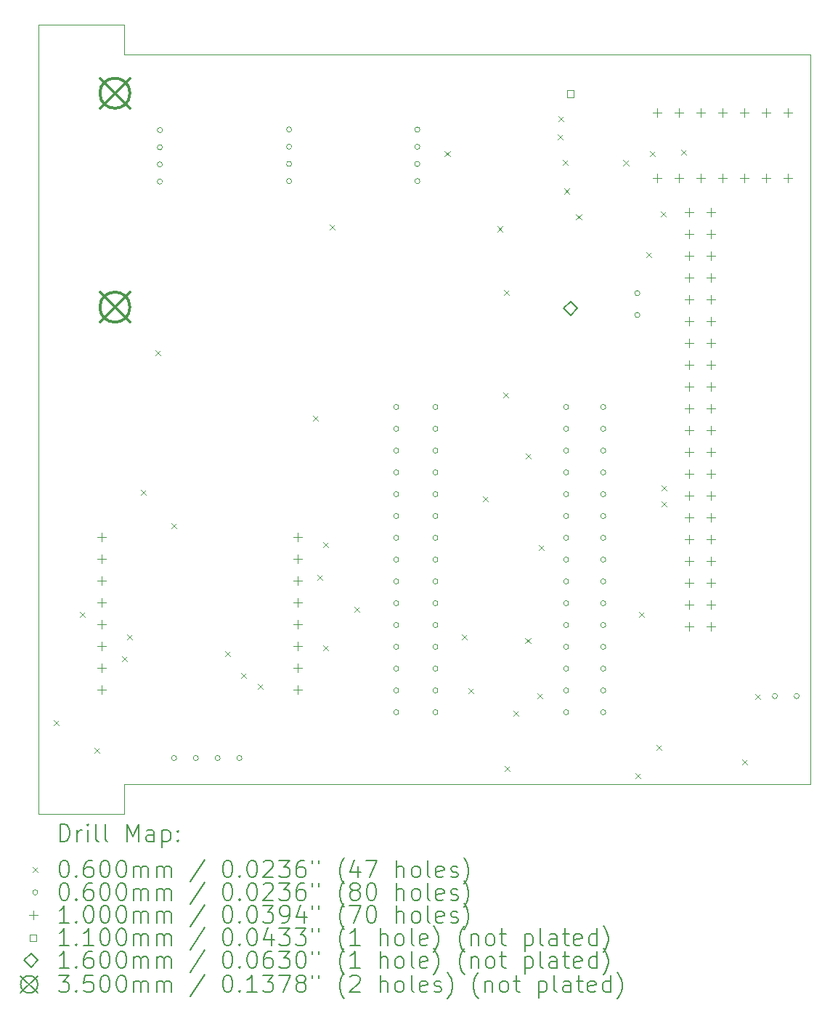
<source format=gbr>
%TF.GenerationSoftware,KiCad,Pcbnew,7.0.5-7.0.5~ubuntu22.04.1*%
%TF.CreationDate,2023-06-27T09:13:02+02:00*%
%TF.ProjectId,Com_Nucleo-L432kc,436f6d5f-4e75-4636-9c65-6f2d4c343332,rev?*%
%TF.SameCoordinates,Original*%
%TF.FileFunction,Drillmap*%
%TF.FilePolarity,Positive*%
%FSLAX45Y45*%
G04 Gerber Fmt 4.5, Leading zero omitted, Abs format (unit mm)*
G04 Created by KiCad (PCBNEW 7.0.5-7.0.5~ubuntu22.04.1) date 2023-06-27 09:13:02*
%MOMM*%
%LPD*%
G01*
G04 APERTURE LIST*
%ADD10C,0.100000*%
%ADD11C,0.200000*%
%ADD12C,0.060000*%
%ADD13C,0.110000*%
%ADD14C,0.160000*%
%ADD15C,0.350000*%
G04 APERTURE END LIST*
D10*
X7375000Y-4305000D02*
X7375000Y-4655000D01*
X6375000Y-4305000D02*
X7375000Y-4305000D01*
X7375000Y-13155000D02*
X15375000Y-13155000D01*
X7375000Y-4655000D02*
X15375000Y-4655000D01*
X6375000Y-13505000D02*
X7375000Y-13505000D01*
X15375000Y-13155000D02*
X15375000Y-4655000D01*
X6375000Y-13505000D02*
X6375000Y-4305000D01*
X7375000Y-13155000D02*
X7375000Y-13505000D01*
D11*
D12*
X6557500Y-12410000D02*
X6617500Y-12470000D01*
X6617500Y-12410000D02*
X6557500Y-12470000D01*
X6861400Y-11143800D02*
X6921400Y-11203800D01*
X6921400Y-11143800D02*
X6861400Y-11203800D01*
X7030000Y-12732500D02*
X7090000Y-12792500D01*
X7090000Y-12732500D02*
X7030000Y-12792500D01*
X7352500Y-11660000D02*
X7412500Y-11720000D01*
X7412500Y-11660000D02*
X7352500Y-11720000D01*
X7407500Y-11410500D02*
X7467500Y-11470500D01*
X7467500Y-11410500D02*
X7407500Y-11470500D01*
X7572600Y-9721400D02*
X7632600Y-9781400D01*
X7632600Y-9721400D02*
X7572600Y-9781400D01*
X7737500Y-8095800D02*
X7797500Y-8155800D01*
X7797500Y-8095800D02*
X7737500Y-8155800D01*
X7930079Y-10114787D02*
X7990079Y-10174787D01*
X7990079Y-10114787D02*
X7930079Y-10174787D01*
X8550500Y-11601000D02*
X8610500Y-11661000D01*
X8610500Y-11601000D02*
X8550500Y-11661000D01*
X8741000Y-11855000D02*
X8801000Y-11915000D01*
X8801000Y-11855000D02*
X8741000Y-11915000D01*
X8931500Y-11982000D02*
X8991500Y-12042000D01*
X8991500Y-11982000D02*
X8931500Y-12042000D01*
X9579000Y-8857800D02*
X9639000Y-8917800D01*
X9639000Y-8857800D02*
X9579000Y-8917800D01*
X9630000Y-10712000D02*
X9690000Y-10772000D01*
X9690000Y-10712000D02*
X9630000Y-10772000D01*
X9693147Y-10331353D02*
X9753147Y-10391353D01*
X9753147Y-10331353D02*
X9693147Y-10391353D01*
X9693500Y-11537500D02*
X9753500Y-11597500D01*
X9753500Y-11537500D02*
X9693500Y-11597500D01*
X9769500Y-6635300D02*
X9829500Y-6695300D01*
X9829500Y-6635300D02*
X9769500Y-6695300D01*
X10057500Y-11085000D02*
X10117500Y-11145000D01*
X10117500Y-11085000D02*
X10057500Y-11145000D01*
X11115000Y-5777500D02*
X11175000Y-5837500D01*
X11175000Y-5777500D02*
X11115000Y-5837500D01*
X11316351Y-11405559D02*
X11376351Y-11465559D01*
X11376351Y-11405559D02*
X11316351Y-11465559D01*
X11390000Y-12035000D02*
X11450000Y-12095000D01*
X11450000Y-12035000D02*
X11390000Y-12095000D01*
X11560400Y-9797600D02*
X11620400Y-9857600D01*
X11620400Y-9797600D02*
X11560400Y-9857600D01*
X11725000Y-6655000D02*
X11785000Y-6715000D01*
X11785000Y-6655000D02*
X11725000Y-6715000D01*
X11794904Y-8592691D02*
X11854904Y-8652691D01*
X11854904Y-8592691D02*
X11794904Y-8652691D01*
X11801500Y-7399212D02*
X11861500Y-7459212D01*
X11861500Y-7399212D02*
X11801500Y-7459212D01*
X11814400Y-12941450D02*
X11874400Y-13001450D01*
X11874400Y-12941450D02*
X11814400Y-13001450D01*
X11916000Y-12299500D02*
X11976000Y-12359500D01*
X11976000Y-12299500D02*
X11916000Y-12359500D01*
X12055000Y-11455000D02*
X12115000Y-11515000D01*
X12115000Y-11455000D02*
X12055000Y-11515000D01*
X12055500Y-9302300D02*
X12115500Y-9362300D01*
X12115500Y-9302300D02*
X12055500Y-9362300D01*
X12197500Y-12092500D02*
X12257500Y-12152500D01*
X12257500Y-12092500D02*
X12197500Y-12152500D01*
X12208547Y-10369547D02*
X12268547Y-10429547D01*
X12268547Y-10369547D02*
X12208547Y-10429547D01*
X12429605Y-5584995D02*
X12489605Y-5644995D01*
X12489605Y-5584995D02*
X12429605Y-5644995D01*
X12436500Y-5375950D02*
X12496500Y-5435950D01*
X12496500Y-5375950D02*
X12436500Y-5435950D01*
X12487500Y-5884351D02*
X12547500Y-5944351D01*
X12547500Y-5884351D02*
X12487500Y-5944351D01*
X12505000Y-6215000D02*
X12565000Y-6275000D01*
X12565000Y-6215000D02*
X12505000Y-6275000D01*
X12647650Y-6517500D02*
X12707650Y-6577500D01*
X12707650Y-6517500D02*
X12647650Y-6577500D01*
X13197500Y-5885000D02*
X13257500Y-5945000D01*
X13257500Y-5885000D02*
X13197500Y-5945000D01*
X13335000Y-13027500D02*
X13395000Y-13087500D01*
X13395000Y-13027500D02*
X13335000Y-13087500D01*
X13382438Y-11145000D02*
X13442438Y-11205000D01*
X13442438Y-11145000D02*
X13382438Y-11205000D01*
X13467500Y-6952500D02*
X13527500Y-7012500D01*
X13527500Y-6952500D02*
X13467500Y-7012500D01*
X13510000Y-5780000D02*
X13570000Y-5840000D01*
X13570000Y-5780000D02*
X13510000Y-5840000D01*
X13579500Y-12695685D02*
X13639500Y-12755685D01*
X13639500Y-12695685D02*
X13579500Y-12755685D01*
X13637500Y-6480000D02*
X13697500Y-6540000D01*
X13697500Y-6480000D02*
X13637500Y-6540000D01*
X13643200Y-9670600D02*
X13703200Y-9730600D01*
X13703200Y-9670600D02*
X13643200Y-9730600D01*
X13643200Y-9860550D02*
X13703200Y-9920550D01*
X13703200Y-9860550D02*
X13643200Y-9920550D01*
X13867500Y-5762500D02*
X13927500Y-5822500D01*
X13927500Y-5762500D02*
X13867500Y-5822500D01*
X14580000Y-12867500D02*
X14640000Y-12927500D01*
X14640000Y-12867500D02*
X14580000Y-12927500D01*
X14735000Y-12102500D02*
X14795000Y-12162500D01*
X14795000Y-12102500D02*
X14735000Y-12162500D01*
X7823150Y-5534000D02*
G75*
G03*
X7823150Y-5534000I-30000J0D01*
G01*
X7823150Y-5734000D02*
G75*
G03*
X7823150Y-5734000I-30000J0D01*
G01*
X7823150Y-5934000D02*
G75*
G03*
X7823150Y-5934000I-30000J0D01*
G01*
X7823150Y-6134000D02*
G75*
G03*
X7823150Y-6134000I-30000J0D01*
G01*
X7988200Y-12850200D02*
G75*
G03*
X7988200Y-12850200I-30000J0D01*
G01*
X8242200Y-12850200D02*
G75*
G03*
X8242200Y-12850200I-30000J0D01*
G01*
X8496200Y-12850200D02*
G75*
G03*
X8496200Y-12850200I-30000J0D01*
G01*
X8750200Y-12850200D02*
G75*
G03*
X8750200Y-12850200I-30000J0D01*
G01*
X9330250Y-5527700D02*
G75*
G03*
X9330250Y-5527700I-30000J0D01*
G01*
X9330250Y-5727700D02*
G75*
G03*
X9330250Y-5727700I-30000J0D01*
G01*
X9330250Y-5927700D02*
G75*
G03*
X9330250Y-5927700I-30000J0D01*
G01*
X9330250Y-6127700D02*
G75*
G03*
X9330250Y-6127700I-30000J0D01*
G01*
X10579000Y-8759605D02*
G75*
G03*
X10579000Y-8759605I-30000J0D01*
G01*
X10579000Y-9013605D02*
G75*
G03*
X10579000Y-9013605I-30000J0D01*
G01*
X10579000Y-9267605D02*
G75*
G03*
X10579000Y-9267605I-30000J0D01*
G01*
X10579000Y-9521605D02*
G75*
G03*
X10579000Y-9521605I-30000J0D01*
G01*
X10579000Y-9775605D02*
G75*
G03*
X10579000Y-9775605I-30000J0D01*
G01*
X10579000Y-10029605D02*
G75*
G03*
X10579000Y-10029605I-30000J0D01*
G01*
X10579000Y-10283605D02*
G75*
G03*
X10579000Y-10283605I-30000J0D01*
G01*
X10579000Y-10537605D02*
G75*
G03*
X10579000Y-10537605I-30000J0D01*
G01*
X10579000Y-10791605D02*
G75*
G03*
X10579000Y-10791605I-30000J0D01*
G01*
X10579000Y-11045605D02*
G75*
G03*
X10579000Y-11045605I-30000J0D01*
G01*
X10579000Y-11299605D02*
G75*
G03*
X10579000Y-11299605I-30000J0D01*
G01*
X10579000Y-11553605D02*
G75*
G03*
X10579000Y-11553605I-30000J0D01*
G01*
X10579000Y-11807605D02*
G75*
G03*
X10579000Y-11807605I-30000J0D01*
G01*
X10579000Y-12061605D02*
G75*
G03*
X10579000Y-12061605I-30000J0D01*
G01*
X10579000Y-12315605D02*
G75*
G03*
X10579000Y-12315605I-30000J0D01*
G01*
X10825000Y-5527700D02*
G75*
G03*
X10825000Y-5527700I-30000J0D01*
G01*
X10825000Y-5727700D02*
G75*
G03*
X10825000Y-5727700I-30000J0D01*
G01*
X10825000Y-5927700D02*
G75*
G03*
X10825000Y-5927700I-30000J0D01*
G01*
X10825000Y-6127700D02*
G75*
G03*
X10825000Y-6127700I-30000J0D01*
G01*
X11036000Y-8760800D02*
G75*
G03*
X11036000Y-8760800I-30000J0D01*
G01*
X11036000Y-9014800D02*
G75*
G03*
X11036000Y-9014800I-30000J0D01*
G01*
X11036000Y-9268800D02*
G75*
G03*
X11036000Y-9268800I-30000J0D01*
G01*
X11036000Y-9522800D02*
G75*
G03*
X11036000Y-9522800I-30000J0D01*
G01*
X11036000Y-9776800D02*
G75*
G03*
X11036000Y-9776800I-30000J0D01*
G01*
X11036000Y-10030800D02*
G75*
G03*
X11036000Y-10030800I-30000J0D01*
G01*
X11036000Y-10284800D02*
G75*
G03*
X11036000Y-10284800I-30000J0D01*
G01*
X11036000Y-10538800D02*
G75*
G03*
X11036000Y-10538800I-30000J0D01*
G01*
X11036000Y-10792800D02*
G75*
G03*
X11036000Y-10792800I-30000J0D01*
G01*
X11036000Y-11046800D02*
G75*
G03*
X11036000Y-11046800I-30000J0D01*
G01*
X11036000Y-11300800D02*
G75*
G03*
X11036000Y-11300800I-30000J0D01*
G01*
X11036000Y-11554800D02*
G75*
G03*
X11036000Y-11554800I-30000J0D01*
G01*
X11036000Y-11808800D02*
G75*
G03*
X11036000Y-11808800I-30000J0D01*
G01*
X11036000Y-12062800D02*
G75*
G03*
X11036000Y-12062800I-30000J0D01*
G01*
X11036000Y-12316800D02*
G75*
G03*
X11036000Y-12316800I-30000J0D01*
G01*
X12560000Y-8760800D02*
G75*
G03*
X12560000Y-8760800I-30000J0D01*
G01*
X12560000Y-9014800D02*
G75*
G03*
X12560000Y-9014800I-30000J0D01*
G01*
X12560000Y-9268800D02*
G75*
G03*
X12560000Y-9268800I-30000J0D01*
G01*
X12560000Y-9522800D02*
G75*
G03*
X12560000Y-9522800I-30000J0D01*
G01*
X12560000Y-9776800D02*
G75*
G03*
X12560000Y-9776800I-30000J0D01*
G01*
X12560000Y-10030800D02*
G75*
G03*
X12560000Y-10030800I-30000J0D01*
G01*
X12560000Y-10284800D02*
G75*
G03*
X12560000Y-10284800I-30000J0D01*
G01*
X12560000Y-10538800D02*
G75*
G03*
X12560000Y-10538800I-30000J0D01*
G01*
X12560000Y-10792800D02*
G75*
G03*
X12560000Y-10792800I-30000J0D01*
G01*
X12560000Y-11046800D02*
G75*
G03*
X12560000Y-11046800I-30000J0D01*
G01*
X12560000Y-11300800D02*
G75*
G03*
X12560000Y-11300800I-30000J0D01*
G01*
X12560000Y-11554800D02*
G75*
G03*
X12560000Y-11554800I-30000J0D01*
G01*
X12560000Y-11808800D02*
G75*
G03*
X12560000Y-11808800I-30000J0D01*
G01*
X12560000Y-12062800D02*
G75*
G03*
X12560000Y-12062800I-30000J0D01*
G01*
X12560000Y-12316800D02*
G75*
G03*
X12560000Y-12316800I-30000J0D01*
G01*
X12992000Y-8760800D02*
G75*
G03*
X12992000Y-8760800I-30000J0D01*
G01*
X12992000Y-9014800D02*
G75*
G03*
X12992000Y-9014800I-30000J0D01*
G01*
X12992000Y-9268800D02*
G75*
G03*
X12992000Y-9268800I-30000J0D01*
G01*
X12992000Y-9522800D02*
G75*
G03*
X12992000Y-9522800I-30000J0D01*
G01*
X12992000Y-9776800D02*
G75*
G03*
X12992000Y-9776800I-30000J0D01*
G01*
X12992000Y-10030800D02*
G75*
G03*
X12992000Y-10030800I-30000J0D01*
G01*
X12992000Y-10284800D02*
G75*
G03*
X12992000Y-10284800I-30000J0D01*
G01*
X12992000Y-10538800D02*
G75*
G03*
X12992000Y-10538800I-30000J0D01*
G01*
X12992000Y-10792800D02*
G75*
G03*
X12992000Y-10792800I-30000J0D01*
G01*
X12992000Y-11046800D02*
G75*
G03*
X12992000Y-11046800I-30000J0D01*
G01*
X12992000Y-11300800D02*
G75*
G03*
X12992000Y-11300800I-30000J0D01*
G01*
X12992000Y-11554800D02*
G75*
G03*
X12992000Y-11554800I-30000J0D01*
G01*
X12992000Y-11808800D02*
G75*
G03*
X12992000Y-11808800I-30000J0D01*
G01*
X12992000Y-12062800D02*
G75*
G03*
X12992000Y-12062800I-30000J0D01*
G01*
X12992000Y-12316800D02*
G75*
G03*
X12992000Y-12316800I-30000J0D01*
G01*
X13390000Y-7432500D02*
G75*
G03*
X13390000Y-7432500I-30000J0D01*
G01*
X13390000Y-7686500D02*
G75*
G03*
X13390000Y-7686500I-30000J0D01*
G01*
X14993500Y-12127500D02*
G75*
G03*
X14993500Y-12127500I-30000J0D01*
G01*
X15247500Y-12127500D02*
G75*
G03*
X15247500Y-12127500I-30000J0D01*
G01*
D10*
X7116700Y-10226500D02*
X7116700Y-10326500D01*
X7066700Y-10276500D02*
X7166700Y-10276500D01*
X7116700Y-10480500D02*
X7116700Y-10580500D01*
X7066700Y-10530500D02*
X7166700Y-10530500D01*
X7116700Y-10734500D02*
X7116700Y-10834500D01*
X7066700Y-10784500D02*
X7166700Y-10784500D01*
X7116700Y-10988500D02*
X7116700Y-11088500D01*
X7066700Y-11038500D02*
X7166700Y-11038500D01*
X7116700Y-11242500D02*
X7116700Y-11342500D01*
X7066700Y-11292500D02*
X7166700Y-11292500D01*
X7116700Y-11496500D02*
X7116700Y-11596500D01*
X7066700Y-11546500D02*
X7166700Y-11546500D01*
X7116700Y-11750500D02*
X7116700Y-11850500D01*
X7066700Y-11800500D02*
X7166700Y-11800500D01*
X7116700Y-12004500D02*
X7116700Y-12104500D01*
X7066700Y-12054500D02*
X7166700Y-12054500D01*
X9402700Y-10226500D02*
X9402700Y-10326500D01*
X9352700Y-10276500D02*
X9452700Y-10276500D01*
X9402700Y-10480500D02*
X9402700Y-10580500D01*
X9352700Y-10530500D02*
X9452700Y-10530500D01*
X9402700Y-10734500D02*
X9402700Y-10834500D01*
X9352700Y-10784500D02*
X9452700Y-10784500D01*
X9402700Y-10988500D02*
X9402700Y-11088500D01*
X9352700Y-11038500D02*
X9452700Y-11038500D01*
X9402700Y-11242500D02*
X9402700Y-11342500D01*
X9352700Y-11292500D02*
X9452700Y-11292500D01*
X9402700Y-11496500D02*
X9402700Y-11596500D01*
X9352700Y-11546500D02*
X9452700Y-11546500D01*
X9402700Y-11750500D02*
X9402700Y-11850500D01*
X9352700Y-11800500D02*
X9452700Y-11800500D01*
X9402700Y-12004500D02*
X9402700Y-12104500D01*
X9352700Y-12054500D02*
X9452700Y-12054500D01*
X13589000Y-5284000D02*
X13589000Y-5384000D01*
X13539000Y-5334000D02*
X13639000Y-5334000D01*
X13589000Y-6046000D02*
X13589000Y-6146000D01*
X13539000Y-6096000D02*
X13639000Y-6096000D01*
X13843000Y-5284000D02*
X13843000Y-5384000D01*
X13793000Y-5334000D02*
X13893000Y-5334000D01*
X13843000Y-6046000D02*
X13843000Y-6146000D01*
X13793000Y-6096000D02*
X13893000Y-6096000D01*
X13966272Y-6441265D02*
X13966272Y-6541265D01*
X13916272Y-6491265D02*
X14016272Y-6491265D01*
X13966272Y-6695265D02*
X13966272Y-6795265D01*
X13916272Y-6745265D02*
X14016272Y-6745265D01*
X13966272Y-6949265D02*
X13966272Y-7049265D01*
X13916272Y-6999265D02*
X14016272Y-6999265D01*
X13966272Y-7203265D02*
X13966272Y-7303265D01*
X13916272Y-7253265D02*
X14016272Y-7253265D01*
X13966272Y-7457265D02*
X13966272Y-7557265D01*
X13916272Y-7507265D02*
X14016272Y-7507265D01*
X13966272Y-7711265D02*
X13966272Y-7811265D01*
X13916272Y-7761265D02*
X14016272Y-7761265D01*
X13966272Y-7965265D02*
X13966272Y-8065265D01*
X13916272Y-8015265D02*
X14016272Y-8015265D01*
X13966272Y-8219265D02*
X13966272Y-8319265D01*
X13916272Y-8269265D02*
X14016272Y-8269265D01*
X13966272Y-8473265D02*
X13966272Y-8573265D01*
X13916272Y-8523265D02*
X14016272Y-8523265D01*
X13966272Y-8727265D02*
X13966272Y-8827265D01*
X13916272Y-8777265D02*
X14016272Y-8777265D01*
X13966272Y-8981265D02*
X13966272Y-9081265D01*
X13916272Y-9031265D02*
X14016272Y-9031265D01*
X13966272Y-9235265D02*
X13966272Y-9335265D01*
X13916272Y-9285265D02*
X14016272Y-9285265D01*
X13966272Y-9489265D02*
X13966272Y-9589265D01*
X13916272Y-9539265D02*
X14016272Y-9539265D01*
X13966272Y-9743265D02*
X13966272Y-9843265D01*
X13916272Y-9793265D02*
X14016272Y-9793265D01*
X13966272Y-9997265D02*
X13966272Y-10097265D01*
X13916272Y-10047265D02*
X14016272Y-10047265D01*
X13966272Y-10251265D02*
X13966272Y-10351265D01*
X13916272Y-10301265D02*
X14016272Y-10301265D01*
X13966272Y-10505265D02*
X13966272Y-10605265D01*
X13916272Y-10555265D02*
X14016272Y-10555265D01*
X13966272Y-10759265D02*
X13966272Y-10859265D01*
X13916272Y-10809265D02*
X14016272Y-10809265D01*
X13966272Y-11013265D02*
X13966272Y-11113265D01*
X13916272Y-11063265D02*
X14016272Y-11063265D01*
X13966272Y-11267265D02*
X13966272Y-11367265D01*
X13916272Y-11317265D02*
X14016272Y-11317265D01*
X14097000Y-5284000D02*
X14097000Y-5384000D01*
X14047000Y-5334000D02*
X14147000Y-5334000D01*
X14097000Y-6046000D02*
X14097000Y-6146000D01*
X14047000Y-6096000D02*
X14147000Y-6096000D01*
X14220272Y-6441265D02*
X14220272Y-6541265D01*
X14170272Y-6491265D02*
X14270272Y-6491265D01*
X14220272Y-6695265D02*
X14220272Y-6795265D01*
X14170272Y-6745265D02*
X14270272Y-6745265D01*
X14220272Y-6949265D02*
X14220272Y-7049265D01*
X14170272Y-6999265D02*
X14270272Y-6999265D01*
X14220272Y-7203265D02*
X14220272Y-7303265D01*
X14170272Y-7253265D02*
X14270272Y-7253265D01*
X14220272Y-7457265D02*
X14220272Y-7557265D01*
X14170272Y-7507265D02*
X14270272Y-7507265D01*
X14220272Y-7711265D02*
X14220272Y-7811265D01*
X14170272Y-7761265D02*
X14270272Y-7761265D01*
X14220272Y-7965265D02*
X14220272Y-8065265D01*
X14170272Y-8015265D02*
X14270272Y-8015265D01*
X14220272Y-8219265D02*
X14220272Y-8319265D01*
X14170272Y-8269265D02*
X14270272Y-8269265D01*
X14220272Y-8473265D02*
X14220272Y-8573265D01*
X14170272Y-8523265D02*
X14270272Y-8523265D01*
X14220272Y-8727265D02*
X14220272Y-8827265D01*
X14170272Y-8777265D02*
X14270272Y-8777265D01*
X14220272Y-8981265D02*
X14220272Y-9081265D01*
X14170272Y-9031265D02*
X14270272Y-9031265D01*
X14220272Y-9235265D02*
X14220272Y-9335265D01*
X14170272Y-9285265D02*
X14270272Y-9285265D01*
X14220272Y-9489265D02*
X14220272Y-9589265D01*
X14170272Y-9539265D02*
X14270272Y-9539265D01*
X14220272Y-9743265D02*
X14220272Y-9843265D01*
X14170272Y-9793265D02*
X14270272Y-9793265D01*
X14220272Y-9997265D02*
X14220272Y-10097265D01*
X14170272Y-10047265D02*
X14270272Y-10047265D01*
X14220272Y-10251265D02*
X14220272Y-10351265D01*
X14170272Y-10301265D02*
X14270272Y-10301265D01*
X14220272Y-10505265D02*
X14220272Y-10605265D01*
X14170272Y-10555265D02*
X14270272Y-10555265D01*
X14220272Y-10759265D02*
X14220272Y-10859265D01*
X14170272Y-10809265D02*
X14270272Y-10809265D01*
X14220272Y-11013265D02*
X14220272Y-11113265D01*
X14170272Y-11063265D02*
X14270272Y-11063265D01*
X14220272Y-11267265D02*
X14220272Y-11367265D01*
X14170272Y-11317265D02*
X14270272Y-11317265D01*
X14351000Y-5284000D02*
X14351000Y-5384000D01*
X14301000Y-5334000D02*
X14401000Y-5334000D01*
X14351000Y-6046000D02*
X14351000Y-6146000D01*
X14301000Y-6096000D02*
X14401000Y-6096000D01*
X14605000Y-5284000D02*
X14605000Y-5384000D01*
X14555000Y-5334000D02*
X14655000Y-5334000D01*
X14605000Y-6046000D02*
X14605000Y-6146000D01*
X14555000Y-6096000D02*
X14655000Y-6096000D01*
X14859000Y-5284000D02*
X14859000Y-5384000D01*
X14809000Y-5334000D02*
X14909000Y-5334000D01*
X14859000Y-6046000D02*
X14859000Y-6146000D01*
X14809000Y-6096000D02*
X14909000Y-6096000D01*
X15113000Y-5284000D02*
X15113000Y-5384000D01*
X15063000Y-5334000D02*
X15163000Y-5334000D01*
X15113000Y-6046000D02*
X15113000Y-6146000D01*
X15063000Y-6096000D02*
X15163000Y-6096000D01*
D13*
X12619891Y-5149391D02*
X12619891Y-5071609D01*
X12542109Y-5071609D01*
X12542109Y-5149391D01*
X12619891Y-5149391D01*
D14*
X12581000Y-7690500D02*
X12661000Y-7610500D01*
X12581000Y-7530500D01*
X12501000Y-7610500D01*
X12581000Y-7690500D01*
D15*
X7093925Y-4929154D02*
X7443925Y-5279154D01*
X7443925Y-4929154D02*
X7093925Y-5279154D01*
X7443925Y-5104154D02*
G75*
G03*
X7443925Y-5104154I-175000J0D01*
G01*
X7093925Y-7421154D02*
X7443925Y-7771154D01*
X7443925Y-7421154D02*
X7093925Y-7771154D01*
X7443925Y-7596154D02*
G75*
G03*
X7443925Y-7596154I-175000J0D01*
G01*
D11*
X6630777Y-13821484D02*
X6630777Y-13621484D01*
X6630777Y-13621484D02*
X6678396Y-13621484D01*
X6678396Y-13621484D02*
X6706967Y-13631008D01*
X6706967Y-13631008D02*
X6726015Y-13650055D01*
X6726015Y-13650055D02*
X6735539Y-13669103D01*
X6735539Y-13669103D02*
X6745062Y-13707198D01*
X6745062Y-13707198D02*
X6745062Y-13735769D01*
X6745062Y-13735769D02*
X6735539Y-13773865D01*
X6735539Y-13773865D02*
X6726015Y-13792912D01*
X6726015Y-13792912D02*
X6706967Y-13811960D01*
X6706967Y-13811960D02*
X6678396Y-13821484D01*
X6678396Y-13821484D02*
X6630777Y-13821484D01*
X6830777Y-13821484D02*
X6830777Y-13688150D01*
X6830777Y-13726246D02*
X6840301Y-13707198D01*
X6840301Y-13707198D02*
X6849824Y-13697674D01*
X6849824Y-13697674D02*
X6868872Y-13688150D01*
X6868872Y-13688150D02*
X6887920Y-13688150D01*
X6954586Y-13821484D02*
X6954586Y-13688150D01*
X6954586Y-13621484D02*
X6945062Y-13631008D01*
X6945062Y-13631008D02*
X6954586Y-13640531D01*
X6954586Y-13640531D02*
X6964110Y-13631008D01*
X6964110Y-13631008D02*
X6954586Y-13621484D01*
X6954586Y-13621484D02*
X6954586Y-13640531D01*
X7078396Y-13821484D02*
X7059348Y-13811960D01*
X7059348Y-13811960D02*
X7049824Y-13792912D01*
X7049824Y-13792912D02*
X7049824Y-13621484D01*
X7183158Y-13821484D02*
X7164110Y-13811960D01*
X7164110Y-13811960D02*
X7154586Y-13792912D01*
X7154586Y-13792912D02*
X7154586Y-13621484D01*
X7411729Y-13821484D02*
X7411729Y-13621484D01*
X7411729Y-13621484D02*
X7478396Y-13764341D01*
X7478396Y-13764341D02*
X7545062Y-13621484D01*
X7545062Y-13621484D02*
X7545062Y-13821484D01*
X7726015Y-13821484D02*
X7726015Y-13716722D01*
X7726015Y-13716722D02*
X7716491Y-13697674D01*
X7716491Y-13697674D02*
X7697443Y-13688150D01*
X7697443Y-13688150D02*
X7659348Y-13688150D01*
X7659348Y-13688150D02*
X7640301Y-13697674D01*
X7726015Y-13811960D02*
X7706967Y-13821484D01*
X7706967Y-13821484D02*
X7659348Y-13821484D01*
X7659348Y-13821484D02*
X7640301Y-13811960D01*
X7640301Y-13811960D02*
X7630777Y-13792912D01*
X7630777Y-13792912D02*
X7630777Y-13773865D01*
X7630777Y-13773865D02*
X7640301Y-13754817D01*
X7640301Y-13754817D02*
X7659348Y-13745293D01*
X7659348Y-13745293D02*
X7706967Y-13745293D01*
X7706967Y-13745293D02*
X7726015Y-13735769D01*
X7821253Y-13688150D02*
X7821253Y-13888150D01*
X7821253Y-13697674D02*
X7840301Y-13688150D01*
X7840301Y-13688150D02*
X7878396Y-13688150D01*
X7878396Y-13688150D02*
X7897443Y-13697674D01*
X7897443Y-13697674D02*
X7906967Y-13707198D01*
X7906967Y-13707198D02*
X7916491Y-13726246D01*
X7916491Y-13726246D02*
X7916491Y-13783388D01*
X7916491Y-13783388D02*
X7906967Y-13802436D01*
X7906967Y-13802436D02*
X7897443Y-13811960D01*
X7897443Y-13811960D02*
X7878396Y-13821484D01*
X7878396Y-13821484D02*
X7840301Y-13821484D01*
X7840301Y-13821484D02*
X7821253Y-13811960D01*
X8002205Y-13802436D02*
X8011729Y-13811960D01*
X8011729Y-13811960D02*
X8002205Y-13821484D01*
X8002205Y-13821484D02*
X7992682Y-13811960D01*
X7992682Y-13811960D02*
X8002205Y-13802436D01*
X8002205Y-13802436D02*
X8002205Y-13821484D01*
X8002205Y-13697674D02*
X8011729Y-13707198D01*
X8011729Y-13707198D02*
X8002205Y-13716722D01*
X8002205Y-13716722D02*
X7992682Y-13707198D01*
X7992682Y-13707198D02*
X8002205Y-13697674D01*
X8002205Y-13697674D02*
X8002205Y-13716722D01*
D12*
X6310000Y-14120000D02*
X6370000Y-14180000D01*
X6370000Y-14120000D02*
X6310000Y-14180000D01*
D11*
X6668872Y-14041484D02*
X6687920Y-14041484D01*
X6687920Y-14041484D02*
X6706967Y-14051008D01*
X6706967Y-14051008D02*
X6716491Y-14060531D01*
X6716491Y-14060531D02*
X6726015Y-14079579D01*
X6726015Y-14079579D02*
X6735539Y-14117674D01*
X6735539Y-14117674D02*
X6735539Y-14165293D01*
X6735539Y-14165293D02*
X6726015Y-14203388D01*
X6726015Y-14203388D02*
X6716491Y-14222436D01*
X6716491Y-14222436D02*
X6706967Y-14231960D01*
X6706967Y-14231960D02*
X6687920Y-14241484D01*
X6687920Y-14241484D02*
X6668872Y-14241484D01*
X6668872Y-14241484D02*
X6649824Y-14231960D01*
X6649824Y-14231960D02*
X6640301Y-14222436D01*
X6640301Y-14222436D02*
X6630777Y-14203388D01*
X6630777Y-14203388D02*
X6621253Y-14165293D01*
X6621253Y-14165293D02*
X6621253Y-14117674D01*
X6621253Y-14117674D02*
X6630777Y-14079579D01*
X6630777Y-14079579D02*
X6640301Y-14060531D01*
X6640301Y-14060531D02*
X6649824Y-14051008D01*
X6649824Y-14051008D02*
X6668872Y-14041484D01*
X6821253Y-14222436D02*
X6830777Y-14231960D01*
X6830777Y-14231960D02*
X6821253Y-14241484D01*
X6821253Y-14241484D02*
X6811729Y-14231960D01*
X6811729Y-14231960D02*
X6821253Y-14222436D01*
X6821253Y-14222436D02*
X6821253Y-14241484D01*
X7002205Y-14041484D02*
X6964110Y-14041484D01*
X6964110Y-14041484D02*
X6945062Y-14051008D01*
X6945062Y-14051008D02*
X6935539Y-14060531D01*
X6935539Y-14060531D02*
X6916491Y-14089103D01*
X6916491Y-14089103D02*
X6906967Y-14127198D01*
X6906967Y-14127198D02*
X6906967Y-14203388D01*
X6906967Y-14203388D02*
X6916491Y-14222436D01*
X6916491Y-14222436D02*
X6926015Y-14231960D01*
X6926015Y-14231960D02*
X6945062Y-14241484D01*
X6945062Y-14241484D02*
X6983158Y-14241484D01*
X6983158Y-14241484D02*
X7002205Y-14231960D01*
X7002205Y-14231960D02*
X7011729Y-14222436D01*
X7011729Y-14222436D02*
X7021253Y-14203388D01*
X7021253Y-14203388D02*
X7021253Y-14155769D01*
X7021253Y-14155769D02*
X7011729Y-14136722D01*
X7011729Y-14136722D02*
X7002205Y-14127198D01*
X7002205Y-14127198D02*
X6983158Y-14117674D01*
X6983158Y-14117674D02*
X6945062Y-14117674D01*
X6945062Y-14117674D02*
X6926015Y-14127198D01*
X6926015Y-14127198D02*
X6916491Y-14136722D01*
X6916491Y-14136722D02*
X6906967Y-14155769D01*
X7145062Y-14041484D02*
X7164110Y-14041484D01*
X7164110Y-14041484D02*
X7183158Y-14051008D01*
X7183158Y-14051008D02*
X7192682Y-14060531D01*
X7192682Y-14060531D02*
X7202205Y-14079579D01*
X7202205Y-14079579D02*
X7211729Y-14117674D01*
X7211729Y-14117674D02*
X7211729Y-14165293D01*
X7211729Y-14165293D02*
X7202205Y-14203388D01*
X7202205Y-14203388D02*
X7192682Y-14222436D01*
X7192682Y-14222436D02*
X7183158Y-14231960D01*
X7183158Y-14231960D02*
X7164110Y-14241484D01*
X7164110Y-14241484D02*
X7145062Y-14241484D01*
X7145062Y-14241484D02*
X7126015Y-14231960D01*
X7126015Y-14231960D02*
X7116491Y-14222436D01*
X7116491Y-14222436D02*
X7106967Y-14203388D01*
X7106967Y-14203388D02*
X7097443Y-14165293D01*
X7097443Y-14165293D02*
X7097443Y-14117674D01*
X7097443Y-14117674D02*
X7106967Y-14079579D01*
X7106967Y-14079579D02*
X7116491Y-14060531D01*
X7116491Y-14060531D02*
X7126015Y-14051008D01*
X7126015Y-14051008D02*
X7145062Y-14041484D01*
X7335539Y-14041484D02*
X7354586Y-14041484D01*
X7354586Y-14041484D02*
X7373634Y-14051008D01*
X7373634Y-14051008D02*
X7383158Y-14060531D01*
X7383158Y-14060531D02*
X7392682Y-14079579D01*
X7392682Y-14079579D02*
X7402205Y-14117674D01*
X7402205Y-14117674D02*
X7402205Y-14165293D01*
X7402205Y-14165293D02*
X7392682Y-14203388D01*
X7392682Y-14203388D02*
X7383158Y-14222436D01*
X7383158Y-14222436D02*
X7373634Y-14231960D01*
X7373634Y-14231960D02*
X7354586Y-14241484D01*
X7354586Y-14241484D02*
X7335539Y-14241484D01*
X7335539Y-14241484D02*
X7316491Y-14231960D01*
X7316491Y-14231960D02*
X7306967Y-14222436D01*
X7306967Y-14222436D02*
X7297443Y-14203388D01*
X7297443Y-14203388D02*
X7287920Y-14165293D01*
X7287920Y-14165293D02*
X7287920Y-14117674D01*
X7287920Y-14117674D02*
X7297443Y-14079579D01*
X7297443Y-14079579D02*
X7306967Y-14060531D01*
X7306967Y-14060531D02*
X7316491Y-14051008D01*
X7316491Y-14051008D02*
X7335539Y-14041484D01*
X7487920Y-14241484D02*
X7487920Y-14108150D01*
X7487920Y-14127198D02*
X7497443Y-14117674D01*
X7497443Y-14117674D02*
X7516491Y-14108150D01*
X7516491Y-14108150D02*
X7545063Y-14108150D01*
X7545063Y-14108150D02*
X7564110Y-14117674D01*
X7564110Y-14117674D02*
X7573634Y-14136722D01*
X7573634Y-14136722D02*
X7573634Y-14241484D01*
X7573634Y-14136722D02*
X7583158Y-14117674D01*
X7583158Y-14117674D02*
X7602205Y-14108150D01*
X7602205Y-14108150D02*
X7630777Y-14108150D01*
X7630777Y-14108150D02*
X7649824Y-14117674D01*
X7649824Y-14117674D02*
X7659348Y-14136722D01*
X7659348Y-14136722D02*
X7659348Y-14241484D01*
X7754586Y-14241484D02*
X7754586Y-14108150D01*
X7754586Y-14127198D02*
X7764110Y-14117674D01*
X7764110Y-14117674D02*
X7783158Y-14108150D01*
X7783158Y-14108150D02*
X7811729Y-14108150D01*
X7811729Y-14108150D02*
X7830777Y-14117674D01*
X7830777Y-14117674D02*
X7840301Y-14136722D01*
X7840301Y-14136722D02*
X7840301Y-14241484D01*
X7840301Y-14136722D02*
X7849824Y-14117674D01*
X7849824Y-14117674D02*
X7868872Y-14108150D01*
X7868872Y-14108150D02*
X7897443Y-14108150D01*
X7897443Y-14108150D02*
X7916491Y-14117674D01*
X7916491Y-14117674D02*
X7926015Y-14136722D01*
X7926015Y-14136722D02*
X7926015Y-14241484D01*
X8316491Y-14031960D02*
X8145063Y-14289103D01*
X8573634Y-14041484D02*
X8592682Y-14041484D01*
X8592682Y-14041484D02*
X8611729Y-14051008D01*
X8611729Y-14051008D02*
X8621253Y-14060531D01*
X8621253Y-14060531D02*
X8630777Y-14079579D01*
X8630777Y-14079579D02*
X8640301Y-14117674D01*
X8640301Y-14117674D02*
X8640301Y-14165293D01*
X8640301Y-14165293D02*
X8630777Y-14203388D01*
X8630777Y-14203388D02*
X8621253Y-14222436D01*
X8621253Y-14222436D02*
X8611729Y-14231960D01*
X8611729Y-14231960D02*
X8592682Y-14241484D01*
X8592682Y-14241484D02*
X8573634Y-14241484D01*
X8573634Y-14241484D02*
X8554587Y-14231960D01*
X8554587Y-14231960D02*
X8545063Y-14222436D01*
X8545063Y-14222436D02*
X8535539Y-14203388D01*
X8535539Y-14203388D02*
X8526015Y-14165293D01*
X8526015Y-14165293D02*
X8526015Y-14117674D01*
X8526015Y-14117674D02*
X8535539Y-14079579D01*
X8535539Y-14079579D02*
X8545063Y-14060531D01*
X8545063Y-14060531D02*
X8554587Y-14051008D01*
X8554587Y-14051008D02*
X8573634Y-14041484D01*
X8726015Y-14222436D02*
X8735539Y-14231960D01*
X8735539Y-14231960D02*
X8726015Y-14241484D01*
X8726015Y-14241484D02*
X8716491Y-14231960D01*
X8716491Y-14231960D02*
X8726015Y-14222436D01*
X8726015Y-14222436D02*
X8726015Y-14241484D01*
X8859348Y-14041484D02*
X8878396Y-14041484D01*
X8878396Y-14041484D02*
X8897444Y-14051008D01*
X8897444Y-14051008D02*
X8906968Y-14060531D01*
X8906968Y-14060531D02*
X8916491Y-14079579D01*
X8916491Y-14079579D02*
X8926015Y-14117674D01*
X8926015Y-14117674D02*
X8926015Y-14165293D01*
X8926015Y-14165293D02*
X8916491Y-14203388D01*
X8916491Y-14203388D02*
X8906968Y-14222436D01*
X8906968Y-14222436D02*
X8897444Y-14231960D01*
X8897444Y-14231960D02*
X8878396Y-14241484D01*
X8878396Y-14241484D02*
X8859348Y-14241484D01*
X8859348Y-14241484D02*
X8840301Y-14231960D01*
X8840301Y-14231960D02*
X8830777Y-14222436D01*
X8830777Y-14222436D02*
X8821253Y-14203388D01*
X8821253Y-14203388D02*
X8811729Y-14165293D01*
X8811729Y-14165293D02*
X8811729Y-14117674D01*
X8811729Y-14117674D02*
X8821253Y-14079579D01*
X8821253Y-14079579D02*
X8830777Y-14060531D01*
X8830777Y-14060531D02*
X8840301Y-14051008D01*
X8840301Y-14051008D02*
X8859348Y-14041484D01*
X9002206Y-14060531D02*
X9011729Y-14051008D01*
X9011729Y-14051008D02*
X9030777Y-14041484D01*
X9030777Y-14041484D02*
X9078396Y-14041484D01*
X9078396Y-14041484D02*
X9097444Y-14051008D01*
X9097444Y-14051008D02*
X9106968Y-14060531D01*
X9106968Y-14060531D02*
X9116491Y-14079579D01*
X9116491Y-14079579D02*
X9116491Y-14098627D01*
X9116491Y-14098627D02*
X9106968Y-14127198D01*
X9106968Y-14127198D02*
X8992682Y-14241484D01*
X8992682Y-14241484D02*
X9116491Y-14241484D01*
X9183158Y-14041484D02*
X9306968Y-14041484D01*
X9306968Y-14041484D02*
X9240301Y-14117674D01*
X9240301Y-14117674D02*
X9268872Y-14117674D01*
X9268872Y-14117674D02*
X9287920Y-14127198D01*
X9287920Y-14127198D02*
X9297444Y-14136722D01*
X9297444Y-14136722D02*
X9306968Y-14155769D01*
X9306968Y-14155769D02*
X9306968Y-14203388D01*
X9306968Y-14203388D02*
X9297444Y-14222436D01*
X9297444Y-14222436D02*
X9287920Y-14231960D01*
X9287920Y-14231960D02*
X9268872Y-14241484D01*
X9268872Y-14241484D02*
X9211729Y-14241484D01*
X9211729Y-14241484D02*
X9192682Y-14231960D01*
X9192682Y-14231960D02*
X9183158Y-14222436D01*
X9478396Y-14041484D02*
X9440301Y-14041484D01*
X9440301Y-14041484D02*
X9421253Y-14051008D01*
X9421253Y-14051008D02*
X9411729Y-14060531D01*
X9411729Y-14060531D02*
X9392682Y-14089103D01*
X9392682Y-14089103D02*
X9383158Y-14127198D01*
X9383158Y-14127198D02*
X9383158Y-14203388D01*
X9383158Y-14203388D02*
X9392682Y-14222436D01*
X9392682Y-14222436D02*
X9402206Y-14231960D01*
X9402206Y-14231960D02*
X9421253Y-14241484D01*
X9421253Y-14241484D02*
X9459349Y-14241484D01*
X9459349Y-14241484D02*
X9478396Y-14231960D01*
X9478396Y-14231960D02*
X9487920Y-14222436D01*
X9487920Y-14222436D02*
X9497444Y-14203388D01*
X9497444Y-14203388D02*
X9497444Y-14155769D01*
X9497444Y-14155769D02*
X9487920Y-14136722D01*
X9487920Y-14136722D02*
X9478396Y-14127198D01*
X9478396Y-14127198D02*
X9459349Y-14117674D01*
X9459349Y-14117674D02*
X9421253Y-14117674D01*
X9421253Y-14117674D02*
X9402206Y-14127198D01*
X9402206Y-14127198D02*
X9392682Y-14136722D01*
X9392682Y-14136722D02*
X9383158Y-14155769D01*
X9573634Y-14041484D02*
X9573634Y-14079579D01*
X9649825Y-14041484D02*
X9649825Y-14079579D01*
X9945063Y-14317674D02*
X9935539Y-14308150D01*
X9935539Y-14308150D02*
X9916491Y-14279579D01*
X9916491Y-14279579D02*
X9906968Y-14260531D01*
X9906968Y-14260531D02*
X9897444Y-14231960D01*
X9897444Y-14231960D02*
X9887920Y-14184341D01*
X9887920Y-14184341D02*
X9887920Y-14146246D01*
X9887920Y-14146246D02*
X9897444Y-14098627D01*
X9897444Y-14098627D02*
X9906968Y-14070055D01*
X9906968Y-14070055D02*
X9916491Y-14051008D01*
X9916491Y-14051008D02*
X9935539Y-14022436D01*
X9935539Y-14022436D02*
X9945063Y-14012912D01*
X10106968Y-14108150D02*
X10106968Y-14241484D01*
X10059349Y-14031960D02*
X10011730Y-14174817D01*
X10011730Y-14174817D02*
X10135539Y-14174817D01*
X10192682Y-14041484D02*
X10326015Y-14041484D01*
X10326015Y-14041484D02*
X10240301Y-14241484D01*
X10554587Y-14241484D02*
X10554587Y-14041484D01*
X10640301Y-14241484D02*
X10640301Y-14136722D01*
X10640301Y-14136722D02*
X10630777Y-14117674D01*
X10630777Y-14117674D02*
X10611730Y-14108150D01*
X10611730Y-14108150D02*
X10583158Y-14108150D01*
X10583158Y-14108150D02*
X10564111Y-14117674D01*
X10564111Y-14117674D02*
X10554587Y-14127198D01*
X10764111Y-14241484D02*
X10745063Y-14231960D01*
X10745063Y-14231960D02*
X10735539Y-14222436D01*
X10735539Y-14222436D02*
X10726015Y-14203388D01*
X10726015Y-14203388D02*
X10726015Y-14146246D01*
X10726015Y-14146246D02*
X10735539Y-14127198D01*
X10735539Y-14127198D02*
X10745063Y-14117674D01*
X10745063Y-14117674D02*
X10764111Y-14108150D01*
X10764111Y-14108150D02*
X10792682Y-14108150D01*
X10792682Y-14108150D02*
X10811730Y-14117674D01*
X10811730Y-14117674D02*
X10821253Y-14127198D01*
X10821253Y-14127198D02*
X10830777Y-14146246D01*
X10830777Y-14146246D02*
X10830777Y-14203388D01*
X10830777Y-14203388D02*
X10821253Y-14222436D01*
X10821253Y-14222436D02*
X10811730Y-14231960D01*
X10811730Y-14231960D02*
X10792682Y-14241484D01*
X10792682Y-14241484D02*
X10764111Y-14241484D01*
X10945063Y-14241484D02*
X10926015Y-14231960D01*
X10926015Y-14231960D02*
X10916492Y-14212912D01*
X10916492Y-14212912D02*
X10916492Y-14041484D01*
X11097444Y-14231960D02*
X11078396Y-14241484D01*
X11078396Y-14241484D02*
X11040301Y-14241484D01*
X11040301Y-14241484D02*
X11021253Y-14231960D01*
X11021253Y-14231960D02*
X11011730Y-14212912D01*
X11011730Y-14212912D02*
X11011730Y-14136722D01*
X11011730Y-14136722D02*
X11021253Y-14117674D01*
X11021253Y-14117674D02*
X11040301Y-14108150D01*
X11040301Y-14108150D02*
X11078396Y-14108150D01*
X11078396Y-14108150D02*
X11097444Y-14117674D01*
X11097444Y-14117674D02*
X11106968Y-14136722D01*
X11106968Y-14136722D02*
X11106968Y-14155769D01*
X11106968Y-14155769D02*
X11011730Y-14174817D01*
X11183158Y-14231960D02*
X11202206Y-14241484D01*
X11202206Y-14241484D02*
X11240301Y-14241484D01*
X11240301Y-14241484D02*
X11259349Y-14231960D01*
X11259349Y-14231960D02*
X11268872Y-14212912D01*
X11268872Y-14212912D02*
X11268872Y-14203388D01*
X11268872Y-14203388D02*
X11259349Y-14184341D01*
X11259349Y-14184341D02*
X11240301Y-14174817D01*
X11240301Y-14174817D02*
X11211730Y-14174817D01*
X11211730Y-14174817D02*
X11192682Y-14165293D01*
X11192682Y-14165293D02*
X11183158Y-14146246D01*
X11183158Y-14146246D02*
X11183158Y-14136722D01*
X11183158Y-14136722D02*
X11192682Y-14117674D01*
X11192682Y-14117674D02*
X11211730Y-14108150D01*
X11211730Y-14108150D02*
X11240301Y-14108150D01*
X11240301Y-14108150D02*
X11259349Y-14117674D01*
X11335539Y-14317674D02*
X11345063Y-14308150D01*
X11345063Y-14308150D02*
X11364111Y-14279579D01*
X11364111Y-14279579D02*
X11373634Y-14260531D01*
X11373634Y-14260531D02*
X11383158Y-14231960D01*
X11383158Y-14231960D02*
X11392682Y-14184341D01*
X11392682Y-14184341D02*
X11392682Y-14146246D01*
X11392682Y-14146246D02*
X11383158Y-14098627D01*
X11383158Y-14098627D02*
X11373634Y-14070055D01*
X11373634Y-14070055D02*
X11364111Y-14051008D01*
X11364111Y-14051008D02*
X11345063Y-14022436D01*
X11345063Y-14022436D02*
X11335539Y-14012912D01*
D12*
X6370000Y-14414000D02*
G75*
G03*
X6370000Y-14414000I-30000J0D01*
G01*
D11*
X6668872Y-14305484D02*
X6687920Y-14305484D01*
X6687920Y-14305484D02*
X6706967Y-14315008D01*
X6706967Y-14315008D02*
X6716491Y-14324531D01*
X6716491Y-14324531D02*
X6726015Y-14343579D01*
X6726015Y-14343579D02*
X6735539Y-14381674D01*
X6735539Y-14381674D02*
X6735539Y-14429293D01*
X6735539Y-14429293D02*
X6726015Y-14467388D01*
X6726015Y-14467388D02*
X6716491Y-14486436D01*
X6716491Y-14486436D02*
X6706967Y-14495960D01*
X6706967Y-14495960D02*
X6687920Y-14505484D01*
X6687920Y-14505484D02*
X6668872Y-14505484D01*
X6668872Y-14505484D02*
X6649824Y-14495960D01*
X6649824Y-14495960D02*
X6640301Y-14486436D01*
X6640301Y-14486436D02*
X6630777Y-14467388D01*
X6630777Y-14467388D02*
X6621253Y-14429293D01*
X6621253Y-14429293D02*
X6621253Y-14381674D01*
X6621253Y-14381674D02*
X6630777Y-14343579D01*
X6630777Y-14343579D02*
X6640301Y-14324531D01*
X6640301Y-14324531D02*
X6649824Y-14315008D01*
X6649824Y-14315008D02*
X6668872Y-14305484D01*
X6821253Y-14486436D02*
X6830777Y-14495960D01*
X6830777Y-14495960D02*
X6821253Y-14505484D01*
X6821253Y-14505484D02*
X6811729Y-14495960D01*
X6811729Y-14495960D02*
X6821253Y-14486436D01*
X6821253Y-14486436D02*
X6821253Y-14505484D01*
X7002205Y-14305484D02*
X6964110Y-14305484D01*
X6964110Y-14305484D02*
X6945062Y-14315008D01*
X6945062Y-14315008D02*
X6935539Y-14324531D01*
X6935539Y-14324531D02*
X6916491Y-14353103D01*
X6916491Y-14353103D02*
X6906967Y-14391198D01*
X6906967Y-14391198D02*
X6906967Y-14467388D01*
X6906967Y-14467388D02*
X6916491Y-14486436D01*
X6916491Y-14486436D02*
X6926015Y-14495960D01*
X6926015Y-14495960D02*
X6945062Y-14505484D01*
X6945062Y-14505484D02*
X6983158Y-14505484D01*
X6983158Y-14505484D02*
X7002205Y-14495960D01*
X7002205Y-14495960D02*
X7011729Y-14486436D01*
X7011729Y-14486436D02*
X7021253Y-14467388D01*
X7021253Y-14467388D02*
X7021253Y-14419769D01*
X7021253Y-14419769D02*
X7011729Y-14400722D01*
X7011729Y-14400722D02*
X7002205Y-14391198D01*
X7002205Y-14391198D02*
X6983158Y-14381674D01*
X6983158Y-14381674D02*
X6945062Y-14381674D01*
X6945062Y-14381674D02*
X6926015Y-14391198D01*
X6926015Y-14391198D02*
X6916491Y-14400722D01*
X6916491Y-14400722D02*
X6906967Y-14419769D01*
X7145062Y-14305484D02*
X7164110Y-14305484D01*
X7164110Y-14305484D02*
X7183158Y-14315008D01*
X7183158Y-14315008D02*
X7192682Y-14324531D01*
X7192682Y-14324531D02*
X7202205Y-14343579D01*
X7202205Y-14343579D02*
X7211729Y-14381674D01*
X7211729Y-14381674D02*
X7211729Y-14429293D01*
X7211729Y-14429293D02*
X7202205Y-14467388D01*
X7202205Y-14467388D02*
X7192682Y-14486436D01*
X7192682Y-14486436D02*
X7183158Y-14495960D01*
X7183158Y-14495960D02*
X7164110Y-14505484D01*
X7164110Y-14505484D02*
X7145062Y-14505484D01*
X7145062Y-14505484D02*
X7126015Y-14495960D01*
X7126015Y-14495960D02*
X7116491Y-14486436D01*
X7116491Y-14486436D02*
X7106967Y-14467388D01*
X7106967Y-14467388D02*
X7097443Y-14429293D01*
X7097443Y-14429293D02*
X7097443Y-14381674D01*
X7097443Y-14381674D02*
X7106967Y-14343579D01*
X7106967Y-14343579D02*
X7116491Y-14324531D01*
X7116491Y-14324531D02*
X7126015Y-14315008D01*
X7126015Y-14315008D02*
X7145062Y-14305484D01*
X7335539Y-14305484D02*
X7354586Y-14305484D01*
X7354586Y-14305484D02*
X7373634Y-14315008D01*
X7373634Y-14315008D02*
X7383158Y-14324531D01*
X7383158Y-14324531D02*
X7392682Y-14343579D01*
X7392682Y-14343579D02*
X7402205Y-14381674D01*
X7402205Y-14381674D02*
X7402205Y-14429293D01*
X7402205Y-14429293D02*
X7392682Y-14467388D01*
X7392682Y-14467388D02*
X7383158Y-14486436D01*
X7383158Y-14486436D02*
X7373634Y-14495960D01*
X7373634Y-14495960D02*
X7354586Y-14505484D01*
X7354586Y-14505484D02*
X7335539Y-14505484D01*
X7335539Y-14505484D02*
X7316491Y-14495960D01*
X7316491Y-14495960D02*
X7306967Y-14486436D01*
X7306967Y-14486436D02*
X7297443Y-14467388D01*
X7297443Y-14467388D02*
X7287920Y-14429293D01*
X7287920Y-14429293D02*
X7287920Y-14381674D01*
X7287920Y-14381674D02*
X7297443Y-14343579D01*
X7297443Y-14343579D02*
X7306967Y-14324531D01*
X7306967Y-14324531D02*
X7316491Y-14315008D01*
X7316491Y-14315008D02*
X7335539Y-14305484D01*
X7487920Y-14505484D02*
X7487920Y-14372150D01*
X7487920Y-14391198D02*
X7497443Y-14381674D01*
X7497443Y-14381674D02*
X7516491Y-14372150D01*
X7516491Y-14372150D02*
X7545063Y-14372150D01*
X7545063Y-14372150D02*
X7564110Y-14381674D01*
X7564110Y-14381674D02*
X7573634Y-14400722D01*
X7573634Y-14400722D02*
X7573634Y-14505484D01*
X7573634Y-14400722D02*
X7583158Y-14381674D01*
X7583158Y-14381674D02*
X7602205Y-14372150D01*
X7602205Y-14372150D02*
X7630777Y-14372150D01*
X7630777Y-14372150D02*
X7649824Y-14381674D01*
X7649824Y-14381674D02*
X7659348Y-14400722D01*
X7659348Y-14400722D02*
X7659348Y-14505484D01*
X7754586Y-14505484D02*
X7754586Y-14372150D01*
X7754586Y-14391198D02*
X7764110Y-14381674D01*
X7764110Y-14381674D02*
X7783158Y-14372150D01*
X7783158Y-14372150D02*
X7811729Y-14372150D01*
X7811729Y-14372150D02*
X7830777Y-14381674D01*
X7830777Y-14381674D02*
X7840301Y-14400722D01*
X7840301Y-14400722D02*
X7840301Y-14505484D01*
X7840301Y-14400722D02*
X7849824Y-14381674D01*
X7849824Y-14381674D02*
X7868872Y-14372150D01*
X7868872Y-14372150D02*
X7897443Y-14372150D01*
X7897443Y-14372150D02*
X7916491Y-14381674D01*
X7916491Y-14381674D02*
X7926015Y-14400722D01*
X7926015Y-14400722D02*
X7926015Y-14505484D01*
X8316491Y-14295960D02*
X8145063Y-14553103D01*
X8573634Y-14305484D02*
X8592682Y-14305484D01*
X8592682Y-14305484D02*
X8611729Y-14315008D01*
X8611729Y-14315008D02*
X8621253Y-14324531D01*
X8621253Y-14324531D02*
X8630777Y-14343579D01*
X8630777Y-14343579D02*
X8640301Y-14381674D01*
X8640301Y-14381674D02*
X8640301Y-14429293D01*
X8640301Y-14429293D02*
X8630777Y-14467388D01*
X8630777Y-14467388D02*
X8621253Y-14486436D01*
X8621253Y-14486436D02*
X8611729Y-14495960D01*
X8611729Y-14495960D02*
X8592682Y-14505484D01*
X8592682Y-14505484D02*
X8573634Y-14505484D01*
X8573634Y-14505484D02*
X8554587Y-14495960D01*
X8554587Y-14495960D02*
X8545063Y-14486436D01*
X8545063Y-14486436D02*
X8535539Y-14467388D01*
X8535539Y-14467388D02*
X8526015Y-14429293D01*
X8526015Y-14429293D02*
X8526015Y-14381674D01*
X8526015Y-14381674D02*
X8535539Y-14343579D01*
X8535539Y-14343579D02*
X8545063Y-14324531D01*
X8545063Y-14324531D02*
X8554587Y-14315008D01*
X8554587Y-14315008D02*
X8573634Y-14305484D01*
X8726015Y-14486436D02*
X8735539Y-14495960D01*
X8735539Y-14495960D02*
X8726015Y-14505484D01*
X8726015Y-14505484D02*
X8716491Y-14495960D01*
X8716491Y-14495960D02*
X8726015Y-14486436D01*
X8726015Y-14486436D02*
X8726015Y-14505484D01*
X8859348Y-14305484D02*
X8878396Y-14305484D01*
X8878396Y-14305484D02*
X8897444Y-14315008D01*
X8897444Y-14315008D02*
X8906968Y-14324531D01*
X8906968Y-14324531D02*
X8916491Y-14343579D01*
X8916491Y-14343579D02*
X8926015Y-14381674D01*
X8926015Y-14381674D02*
X8926015Y-14429293D01*
X8926015Y-14429293D02*
X8916491Y-14467388D01*
X8916491Y-14467388D02*
X8906968Y-14486436D01*
X8906968Y-14486436D02*
X8897444Y-14495960D01*
X8897444Y-14495960D02*
X8878396Y-14505484D01*
X8878396Y-14505484D02*
X8859348Y-14505484D01*
X8859348Y-14505484D02*
X8840301Y-14495960D01*
X8840301Y-14495960D02*
X8830777Y-14486436D01*
X8830777Y-14486436D02*
X8821253Y-14467388D01*
X8821253Y-14467388D02*
X8811729Y-14429293D01*
X8811729Y-14429293D02*
X8811729Y-14381674D01*
X8811729Y-14381674D02*
X8821253Y-14343579D01*
X8821253Y-14343579D02*
X8830777Y-14324531D01*
X8830777Y-14324531D02*
X8840301Y-14315008D01*
X8840301Y-14315008D02*
X8859348Y-14305484D01*
X9002206Y-14324531D02*
X9011729Y-14315008D01*
X9011729Y-14315008D02*
X9030777Y-14305484D01*
X9030777Y-14305484D02*
X9078396Y-14305484D01*
X9078396Y-14305484D02*
X9097444Y-14315008D01*
X9097444Y-14315008D02*
X9106968Y-14324531D01*
X9106968Y-14324531D02*
X9116491Y-14343579D01*
X9116491Y-14343579D02*
X9116491Y-14362627D01*
X9116491Y-14362627D02*
X9106968Y-14391198D01*
X9106968Y-14391198D02*
X8992682Y-14505484D01*
X8992682Y-14505484D02*
X9116491Y-14505484D01*
X9183158Y-14305484D02*
X9306968Y-14305484D01*
X9306968Y-14305484D02*
X9240301Y-14381674D01*
X9240301Y-14381674D02*
X9268872Y-14381674D01*
X9268872Y-14381674D02*
X9287920Y-14391198D01*
X9287920Y-14391198D02*
X9297444Y-14400722D01*
X9297444Y-14400722D02*
X9306968Y-14419769D01*
X9306968Y-14419769D02*
X9306968Y-14467388D01*
X9306968Y-14467388D02*
X9297444Y-14486436D01*
X9297444Y-14486436D02*
X9287920Y-14495960D01*
X9287920Y-14495960D02*
X9268872Y-14505484D01*
X9268872Y-14505484D02*
X9211729Y-14505484D01*
X9211729Y-14505484D02*
X9192682Y-14495960D01*
X9192682Y-14495960D02*
X9183158Y-14486436D01*
X9478396Y-14305484D02*
X9440301Y-14305484D01*
X9440301Y-14305484D02*
X9421253Y-14315008D01*
X9421253Y-14315008D02*
X9411729Y-14324531D01*
X9411729Y-14324531D02*
X9392682Y-14353103D01*
X9392682Y-14353103D02*
X9383158Y-14391198D01*
X9383158Y-14391198D02*
X9383158Y-14467388D01*
X9383158Y-14467388D02*
X9392682Y-14486436D01*
X9392682Y-14486436D02*
X9402206Y-14495960D01*
X9402206Y-14495960D02*
X9421253Y-14505484D01*
X9421253Y-14505484D02*
X9459349Y-14505484D01*
X9459349Y-14505484D02*
X9478396Y-14495960D01*
X9478396Y-14495960D02*
X9487920Y-14486436D01*
X9487920Y-14486436D02*
X9497444Y-14467388D01*
X9497444Y-14467388D02*
X9497444Y-14419769D01*
X9497444Y-14419769D02*
X9487920Y-14400722D01*
X9487920Y-14400722D02*
X9478396Y-14391198D01*
X9478396Y-14391198D02*
X9459349Y-14381674D01*
X9459349Y-14381674D02*
X9421253Y-14381674D01*
X9421253Y-14381674D02*
X9402206Y-14391198D01*
X9402206Y-14391198D02*
X9392682Y-14400722D01*
X9392682Y-14400722D02*
X9383158Y-14419769D01*
X9573634Y-14305484D02*
X9573634Y-14343579D01*
X9649825Y-14305484D02*
X9649825Y-14343579D01*
X9945063Y-14581674D02*
X9935539Y-14572150D01*
X9935539Y-14572150D02*
X9916491Y-14543579D01*
X9916491Y-14543579D02*
X9906968Y-14524531D01*
X9906968Y-14524531D02*
X9897444Y-14495960D01*
X9897444Y-14495960D02*
X9887920Y-14448341D01*
X9887920Y-14448341D02*
X9887920Y-14410246D01*
X9887920Y-14410246D02*
X9897444Y-14362627D01*
X9897444Y-14362627D02*
X9906968Y-14334055D01*
X9906968Y-14334055D02*
X9916491Y-14315008D01*
X9916491Y-14315008D02*
X9935539Y-14286436D01*
X9935539Y-14286436D02*
X9945063Y-14276912D01*
X10049825Y-14391198D02*
X10030777Y-14381674D01*
X10030777Y-14381674D02*
X10021253Y-14372150D01*
X10021253Y-14372150D02*
X10011730Y-14353103D01*
X10011730Y-14353103D02*
X10011730Y-14343579D01*
X10011730Y-14343579D02*
X10021253Y-14324531D01*
X10021253Y-14324531D02*
X10030777Y-14315008D01*
X10030777Y-14315008D02*
X10049825Y-14305484D01*
X10049825Y-14305484D02*
X10087920Y-14305484D01*
X10087920Y-14305484D02*
X10106968Y-14315008D01*
X10106968Y-14315008D02*
X10116491Y-14324531D01*
X10116491Y-14324531D02*
X10126015Y-14343579D01*
X10126015Y-14343579D02*
X10126015Y-14353103D01*
X10126015Y-14353103D02*
X10116491Y-14372150D01*
X10116491Y-14372150D02*
X10106968Y-14381674D01*
X10106968Y-14381674D02*
X10087920Y-14391198D01*
X10087920Y-14391198D02*
X10049825Y-14391198D01*
X10049825Y-14391198D02*
X10030777Y-14400722D01*
X10030777Y-14400722D02*
X10021253Y-14410246D01*
X10021253Y-14410246D02*
X10011730Y-14429293D01*
X10011730Y-14429293D02*
X10011730Y-14467388D01*
X10011730Y-14467388D02*
X10021253Y-14486436D01*
X10021253Y-14486436D02*
X10030777Y-14495960D01*
X10030777Y-14495960D02*
X10049825Y-14505484D01*
X10049825Y-14505484D02*
X10087920Y-14505484D01*
X10087920Y-14505484D02*
X10106968Y-14495960D01*
X10106968Y-14495960D02*
X10116491Y-14486436D01*
X10116491Y-14486436D02*
X10126015Y-14467388D01*
X10126015Y-14467388D02*
X10126015Y-14429293D01*
X10126015Y-14429293D02*
X10116491Y-14410246D01*
X10116491Y-14410246D02*
X10106968Y-14400722D01*
X10106968Y-14400722D02*
X10087920Y-14391198D01*
X10249825Y-14305484D02*
X10268872Y-14305484D01*
X10268872Y-14305484D02*
X10287920Y-14315008D01*
X10287920Y-14315008D02*
X10297444Y-14324531D01*
X10297444Y-14324531D02*
X10306968Y-14343579D01*
X10306968Y-14343579D02*
X10316491Y-14381674D01*
X10316491Y-14381674D02*
X10316491Y-14429293D01*
X10316491Y-14429293D02*
X10306968Y-14467388D01*
X10306968Y-14467388D02*
X10297444Y-14486436D01*
X10297444Y-14486436D02*
X10287920Y-14495960D01*
X10287920Y-14495960D02*
X10268872Y-14505484D01*
X10268872Y-14505484D02*
X10249825Y-14505484D01*
X10249825Y-14505484D02*
X10230777Y-14495960D01*
X10230777Y-14495960D02*
X10221253Y-14486436D01*
X10221253Y-14486436D02*
X10211730Y-14467388D01*
X10211730Y-14467388D02*
X10202206Y-14429293D01*
X10202206Y-14429293D02*
X10202206Y-14381674D01*
X10202206Y-14381674D02*
X10211730Y-14343579D01*
X10211730Y-14343579D02*
X10221253Y-14324531D01*
X10221253Y-14324531D02*
X10230777Y-14315008D01*
X10230777Y-14315008D02*
X10249825Y-14305484D01*
X10554587Y-14505484D02*
X10554587Y-14305484D01*
X10640301Y-14505484D02*
X10640301Y-14400722D01*
X10640301Y-14400722D02*
X10630777Y-14381674D01*
X10630777Y-14381674D02*
X10611730Y-14372150D01*
X10611730Y-14372150D02*
X10583158Y-14372150D01*
X10583158Y-14372150D02*
X10564111Y-14381674D01*
X10564111Y-14381674D02*
X10554587Y-14391198D01*
X10764111Y-14505484D02*
X10745063Y-14495960D01*
X10745063Y-14495960D02*
X10735539Y-14486436D01*
X10735539Y-14486436D02*
X10726015Y-14467388D01*
X10726015Y-14467388D02*
X10726015Y-14410246D01*
X10726015Y-14410246D02*
X10735539Y-14391198D01*
X10735539Y-14391198D02*
X10745063Y-14381674D01*
X10745063Y-14381674D02*
X10764111Y-14372150D01*
X10764111Y-14372150D02*
X10792682Y-14372150D01*
X10792682Y-14372150D02*
X10811730Y-14381674D01*
X10811730Y-14381674D02*
X10821253Y-14391198D01*
X10821253Y-14391198D02*
X10830777Y-14410246D01*
X10830777Y-14410246D02*
X10830777Y-14467388D01*
X10830777Y-14467388D02*
X10821253Y-14486436D01*
X10821253Y-14486436D02*
X10811730Y-14495960D01*
X10811730Y-14495960D02*
X10792682Y-14505484D01*
X10792682Y-14505484D02*
X10764111Y-14505484D01*
X10945063Y-14505484D02*
X10926015Y-14495960D01*
X10926015Y-14495960D02*
X10916492Y-14476912D01*
X10916492Y-14476912D02*
X10916492Y-14305484D01*
X11097444Y-14495960D02*
X11078396Y-14505484D01*
X11078396Y-14505484D02*
X11040301Y-14505484D01*
X11040301Y-14505484D02*
X11021253Y-14495960D01*
X11021253Y-14495960D02*
X11011730Y-14476912D01*
X11011730Y-14476912D02*
X11011730Y-14400722D01*
X11011730Y-14400722D02*
X11021253Y-14381674D01*
X11021253Y-14381674D02*
X11040301Y-14372150D01*
X11040301Y-14372150D02*
X11078396Y-14372150D01*
X11078396Y-14372150D02*
X11097444Y-14381674D01*
X11097444Y-14381674D02*
X11106968Y-14400722D01*
X11106968Y-14400722D02*
X11106968Y-14419769D01*
X11106968Y-14419769D02*
X11011730Y-14438817D01*
X11183158Y-14495960D02*
X11202206Y-14505484D01*
X11202206Y-14505484D02*
X11240301Y-14505484D01*
X11240301Y-14505484D02*
X11259349Y-14495960D01*
X11259349Y-14495960D02*
X11268872Y-14476912D01*
X11268872Y-14476912D02*
X11268872Y-14467388D01*
X11268872Y-14467388D02*
X11259349Y-14448341D01*
X11259349Y-14448341D02*
X11240301Y-14438817D01*
X11240301Y-14438817D02*
X11211730Y-14438817D01*
X11211730Y-14438817D02*
X11192682Y-14429293D01*
X11192682Y-14429293D02*
X11183158Y-14410246D01*
X11183158Y-14410246D02*
X11183158Y-14400722D01*
X11183158Y-14400722D02*
X11192682Y-14381674D01*
X11192682Y-14381674D02*
X11211730Y-14372150D01*
X11211730Y-14372150D02*
X11240301Y-14372150D01*
X11240301Y-14372150D02*
X11259349Y-14381674D01*
X11335539Y-14581674D02*
X11345063Y-14572150D01*
X11345063Y-14572150D02*
X11364111Y-14543579D01*
X11364111Y-14543579D02*
X11373634Y-14524531D01*
X11373634Y-14524531D02*
X11383158Y-14495960D01*
X11383158Y-14495960D02*
X11392682Y-14448341D01*
X11392682Y-14448341D02*
X11392682Y-14410246D01*
X11392682Y-14410246D02*
X11383158Y-14362627D01*
X11383158Y-14362627D02*
X11373634Y-14334055D01*
X11373634Y-14334055D02*
X11364111Y-14315008D01*
X11364111Y-14315008D02*
X11345063Y-14286436D01*
X11345063Y-14286436D02*
X11335539Y-14276912D01*
D10*
X6320000Y-14628000D02*
X6320000Y-14728000D01*
X6270000Y-14678000D02*
X6370000Y-14678000D01*
D11*
X6735539Y-14769484D02*
X6621253Y-14769484D01*
X6678396Y-14769484D02*
X6678396Y-14569484D01*
X6678396Y-14569484D02*
X6659348Y-14598055D01*
X6659348Y-14598055D02*
X6640301Y-14617103D01*
X6640301Y-14617103D02*
X6621253Y-14626627D01*
X6821253Y-14750436D02*
X6830777Y-14759960D01*
X6830777Y-14759960D02*
X6821253Y-14769484D01*
X6821253Y-14769484D02*
X6811729Y-14759960D01*
X6811729Y-14759960D02*
X6821253Y-14750436D01*
X6821253Y-14750436D02*
X6821253Y-14769484D01*
X6954586Y-14569484D02*
X6973634Y-14569484D01*
X6973634Y-14569484D02*
X6992682Y-14579008D01*
X6992682Y-14579008D02*
X7002205Y-14588531D01*
X7002205Y-14588531D02*
X7011729Y-14607579D01*
X7011729Y-14607579D02*
X7021253Y-14645674D01*
X7021253Y-14645674D02*
X7021253Y-14693293D01*
X7021253Y-14693293D02*
X7011729Y-14731388D01*
X7011729Y-14731388D02*
X7002205Y-14750436D01*
X7002205Y-14750436D02*
X6992682Y-14759960D01*
X6992682Y-14759960D02*
X6973634Y-14769484D01*
X6973634Y-14769484D02*
X6954586Y-14769484D01*
X6954586Y-14769484D02*
X6935539Y-14759960D01*
X6935539Y-14759960D02*
X6926015Y-14750436D01*
X6926015Y-14750436D02*
X6916491Y-14731388D01*
X6916491Y-14731388D02*
X6906967Y-14693293D01*
X6906967Y-14693293D02*
X6906967Y-14645674D01*
X6906967Y-14645674D02*
X6916491Y-14607579D01*
X6916491Y-14607579D02*
X6926015Y-14588531D01*
X6926015Y-14588531D02*
X6935539Y-14579008D01*
X6935539Y-14579008D02*
X6954586Y-14569484D01*
X7145062Y-14569484D02*
X7164110Y-14569484D01*
X7164110Y-14569484D02*
X7183158Y-14579008D01*
X7183158Y-14579008D02*
X7192682Y-14588531D01*
X7192682Y-14588531D02*
X7202205Y-14607579D01*
X7202205Y-14607579D02*
X7211729Y-14645674D01*
X7211729Y-14645674D02*
X7211729Y-14693293D01*
X7211729Y-14693293D02*
X7202205Y-14731388D01*
X7202205Y-14731388D02*
X7192682Y-14750436D01*
X7192682Y-14750436D02*
X7183158Y-14759960D01*
X7183158Y-14759960D02*
X7164110Y-14769484D01*
X7164110Y-14769484D02*
X7145062Y-14769484D01*
X7145062Y-14769484D02*
X7126015Y-14759960D01*
X7126015Y-14759960D02*
X7116491Y-14750436D01*
X7116491Y-14750436D02*
X7106967Y-14731388D01*
X7106967Y-14731388D02*
X7097443Y-14693293D01*
X7097443Y-14693293D02*
X7097443Y-14645674D01*
X7097443Y-14645674D02*
X7106967Y-14607579D01*
X7106967Y-14607579D02*
X7116491Y-14588531D01*
X7116491Y-14588531D02*
X7126015Y-14579008D01*
X7126015Y-14579008D02*
X7145062Y-14569484D01*
X7335539Y-14569484D02*
X7354586Y-14569484D01*
X7354586Y-14569484D02*
X7373634Y-14579008D01*
X7373634Y-14579008D02*
X7383158Y-14588531D01*
X7383158Y-14588531D02*
X7392682Y-14607579D01*
X7392682Y-14607579D02*
X7402205Y-14645674D01*
X7402205Y-14645674D02*
X7402205Y-14693293D01*
X7402205Y-14693293D02*
X7392682Y-14731388D01*
X7392682Y-14731388D02*
X7383158Y-14750436D01*
X7383158Y-14750436D02*
X7373634Y-14759960D01*
X7373634Y-14759960D02*
X7354586Y-14769484D01*
X7354586Y-14769484D02*
X7335539Y-14769484D01*
X7335539Y-14769484D02*
X7316491Y-14759960D01*
X7316491Y-14759960D02*
X7306967Y-14750436D01*
X7306967Y-14750436D02*
X7297443Y-14731388D01*
X7297443Y-14731388D02*
X7287920Y-14693293D01*
X7287920Y-14693293D02*
X7287920Y-14645674D01*
X7287920Y-14645674D02*
X7297443Y-14607579D01*
X7297443Y-14607579D02*
X7306967Y-14588531D01*
X7306967Y-14588531D02*
X7316491Y-14579008D01*
X7316491Y-14579008D02*
X7335539Y-14569484D01*
X7487920Y-14769484D02*
X7487920Y-14636150D01*
X7487920Y-14655198D02*
X7497443Y-14645674D01*
X7497443Y-14645674D02*
X7516491Y-14636150D01*
X7516491Y-14636150D02*
X7545063Y-14636150D01*
X7545063Y-14636150D02*
X7564110Y-14645674D01*
X7564110Y-14645674D02*
X7573634Y-14664722D01*
X7573634Y-14664722D02*
X7573634Y-14769484D01*
X7573634Y-14664722D02*
X7583158Y-14645674D01*
X7583158Y-14645674D02*
X7602205Y-14636150D01*
X7602205Y-14636150D02*
X7630777Y-14636150D01*
X7630777Y-14636150D02*
X7649824Y-14645674D01*
X7649824Y-14645674D02*
X7659348Y-14664722D01*
X7659348Y-14664722D02*
X7659348Y-14769484D01*
X7754586Y-14769484D02*
X7754586Y-14636150D01*
X7754586Y-14655198D02*
X7764110Y-14645674D01*
X7764110Y-14645674D02*
X7783158Y-14636150D01*
X7783158Y-14636150D02*
X7811729Y-14636150D01*
X7811729Y-14636150D02*
X7830777Y-14645674D01*
X7830777Y-14645674D02*
X7840301Y-14664722D01*
X7840301Y-14664722D02*
X7840301Y-14769484D01*
X7840301Y-14664722D02*
X7849824Y-14645674D01*
X7849824Y-14645674D02*
X7868872Y-14636150D01*
X7868872Y-14636150D02*
X7897443Y-14636150D01*
X7897443Y-14636150D02*
X7916491Y-14645674D01*
X7916491Y-14645674D02*
X7926015Y-14664722D01*
X7926015Y-14664722D02*
X7926015Y-14769484D01*
X8316491Y-14559960D02*
X8145063Y-14817103D01*
X8573634Y-14569484D02*
X8592682Y-14569484D01*
X8592682Y-14569484D02*
X8611729Y-14579008D01*
X8611729Y-14579008D02*
X8621253Y-14588531D01*
X8621253Y-14588531D02*
X8630777Y-14607579D01*
X8630777Y-14607579D02*
X8640301Y-14645674D01*
X8640301Y-14645674D02*
X8640301Y-14693293D01*
X8640301Y-14693293D02*
X8630777Y-14731388D01*
X8630777Y-14731388D02*
X8621253Y-14750436D01*
X8621253Y-14750436D02*
X8611729Y-14759960D01*
X8611729Y-14759960D02*
X8592682Y-14769484D01*
X8592682Y-14769484D02*
X8573634Y-14769484D01*
X8573634Y-14769484D02*
X8554587Y-14759960D01*
X8554587Y-14759960D02*
X8545063Y-14750436D01*
X8545063Y-14750436D02*
X8535539Y-14731388D01*
X8535539Y-14731388D02*
X8526015Y-14693293D01*
X8526015Y-14693293D02*
X8526015Y-14645674D01*
X8526015Y-14645674D02*
X8535539Y-14607579D01*
X8535539Y-14607579D02*
X8545063Y-14588531D01*
X8545063Y-14588531D02*
X8554587Y-14579008D01*
X8554587Y-14579008D02*
X8573634Y-14569484D01*
X8726015Y-14750436D02*
X8735539Y-14759960D01*
X8735539Y-14759960D02*
X8726015Y-14769484D01*
X8726015Y-14769484D02*
X8716491Y-14759960D01*
X8716491Y-14759960D02*
X8726015Y-14750436D01*
X8726015Y-14750436D02*
X8726015Y-14769484D01*
X8859348Y-14569484D02*
X8878396Y-14569484D01*
X8878396Y-14569484D02*
X8897444Y-14579008D01*
X8897444Y-14579008D02*
X8906968Y-14588531D01*
X8906968Y-14588531D02*
X8916491Y-14607579D01*
X8916491Y-14607579D02*
X8926015Y-14645674D01*
X8926015Y-14645674D02*
X8926015Y-14693293D01*
X8926015Y-14693293D02*
X8916491Y-14731388D01*
X8916491Y-14731388D02*
X8906968Y-14750436D01*
X8906968Y-14750436D02*
X8897444Y-14759960D01*
X8897444Y-14759960D02*
X8878396Y-14769484D01*
X8878396Y-14769484D02*
X8859348Y-14769484D01*
X8859348Y-14769484D02*
X8840301Y-14759960D01*
X8840301Y-14759960D02*
X8830777Y-14750436D01*
X8830777Y-14750436D02*
X8821253Y-14731388D01*
X8821253Y-14731388D02*
X8811729Y-14693293D01*
X8811729Y-14693293D02*
X8811729Y-14645674D01*
X8811729Y-14645674D02*
X8821253Y-14607579D01*
X8821253Y-14607579D02*
X8830777Y-14588531D01*
X8830777Y-14588531D02*
X8840301Y-14579008D01*
X8840301Y-14579008D02*
X8859348Y-14569484D01*
X8992682Y-14569484D02*
X9116491Y-14569484D01*
X9116491Y-14569484D02*
X9049825Y-14645674D01*
X9049825Y-14645674D02*
X9078396Y-14645674D01*
X9078396Y-14645674D02*
X9097444Y-14655198D01*
X9097444Y-14655198D02*
X9106968Y-14664722D01*
X9106968Y-14664722D02*
X9116491Y-14683769D01*
X9116491Y-14683769D02*
X9116491Y-14731388D01*
X9116491Y-14731388D02*
X9106968Y-14750436D01*
X9106968Y-14750436D02*
X9097444Y-14759960D01*
X9097444Y-14759960D02*
X9078396Y-14769484D01*
X9078396Y-14769484D02*
X9021253Y-14769484D01*
X9021253Y-14769484D02*
X9002206Y-14759960D01*
X9002206Y-14759960D02*
X8992682Y-14750436D01*
X9211729Y-14769484D02*
X9249825Y-14769484D01*
X9249825Y-14769484D02*
X9268872Y-14759960D01*
X9268872Y-14759960D02*
X9278396Y-14750436D01*
X9278396Y-14750436D02*
X9297444Y-14721865D01*
X9297444Y-14721865D02*
X9306968Y-14683769D01*
X9306968Y-14683769D02*
X9306968Y-14607579D01*
X9306968Y-14607579D02*
X9297444Y-14588531D01*
X9297444Y-14588531D02*
X9287920Y-14579008D01*
X9287920Y-14579008D02*
X9268872Y-14569484D01*
X9268872Y-14569484D02*
X9230777Y-14569484D01*
X9230777Y-14569484D02*
X9211729Y-14579008D01*
X9211729Y-14579008D02*
X9202206Y-14588531D01*
X9202206Y-14588531D02*
X9192682Y-14607579D01*
X9192682Y-14607579D02*
X9192682Y-14655198D01*
X9192682Y-14655198D02*
X9202206Y-14674246D01*
X9202206Y-14674246D02*
X9211729Y-14683769D01*
X9211729Y-14683769D02*
X9230777Y-14693293D01*
X9230777Y-14693293D02*
X9268872Y-14693293D01*
X9268872Y-14693293D02*
X9287920Y-14683769D01*
X9287920Y-14683769D02*
X9297444Y-14674246D01*
X9297444Y-14674246D02*
X9306968Y-14655198D01*
X9478396Y-14636150D02*
X9478396Y-14769484D01*
X9430777Y-14559960D02*
X9383158Y-14702817D01*
X9383158Y-14702817D02*
X9506968Y-14702817D01*
X9573634Y-14569484D02*
X9573634Y-14607579D01*
X9649825Y-14569484D02*
X9649825Y-14607579D01*
X9945063Y-14845674D02*
X9935539Y-14836150D01*
X9935539Y-14836150D02*
X9916491Y-14807579D01*
X9916491Y-14807579D02*
X9906968Y-14788531D01*
X9906968Y-14788531D02*
X9897444Y-14759960D01*
X9897444Y-14759960D02*
X9887920Y-14712341D01*
X9887920Y-14712341D02*
X9887920Y-14674246D01*
X9887920Y-14674246D02*
X9897444Y-14626627D01*
X9897444Y-14626627D02*
X9906968Y-14598055D01*
X9906968Y-14598055D02*
X9916491Y-14579008D01*
X9916491Y-14579008D02*
X9935539Y-14550436D01*
X9935539Y-14550436D02*
X9945063Y-14540912D01*
X10002206Y-14569484D02*
X10135539Y-14569484D01*
X10135539Y-14569484D02*
X10049825Y-14769484D01*
X10249825Y-14569484D02*
X10268872Y-14569484D01*
X10268872Y-14569484D02*
X10287920Y-14579008D01*
X10287920Y-14579008D02*
X10297444Y-14588531D01*
X10297444Y-14588531D02*
X10306968Y-14607579D01*
X10306968Y-14607579D02*
X10316491Y-14645674D01*
X10316491Y-14645674D02*
X10316491Y-14693293D01*
X10316491Y-14693293D02*
X10306968Y-14731388D01*
X10306968Y-14731388D02*
X10297444Y-14750436D01*
X10297444Y-14750436D02*
X10287920Y-14759960D01*
X10287920Y-14759960D02*
X10268872Y-14769484D01*
X10268872Y-14769484D02*
X10249825Y-14769484D01*
X10249825Y-14769484D02*
X10230777Y-14759960D01*
X10230777Y-14759960D02*
X10221253Y-14750436D01*
X10221253Y-14750436D02*
X10211730Y-14731388D01*
X10211730Y-14731388D02*
X10202206Y-14693293D01*
X10202206Y-14693293D02*
X10202206Y-14645674D01*
X10202206Y-14645674D02*
X10211730Y-14607579D01*
X10211730Y-14607579D02*
X10221253Y-14588531D01*
X10221253Y-14588531D02*
X10230777Y-14579008D01*
X10230777Y-14579008D02*
X10249825Y-14569484D01*
X10554587Y-14769484D02*
X10554587Y-14569484D01*
X10640301Y-14769484D02*
X10640301Y-14664722D01*
X10640301Y-14664722D02*
X10630777Y-14645674D01*
X10630777Y-14645674D02*
X10611730Y-14636150D01*
X10611730Y-14636150D02*
X10583158Y-14636150D01*
X10583158Y-14636150D02*
X10564111Y-14645674D01*
X10564111Y-14645674D02*
X10554587Y-14655198D01*
X10764111Y-14769484D02*
X10745063Y-14759960D01*
X10745063Y-14759960D02*
X10735539Y-14750436D01*
X10735539Y-14750436D02*
X10726015Y-14731388D01*
X10726015Y-14731388D02*
X10726015Y-14674246D01*
X10726015Y-14674246D02*
X10735539Y-14655198D01*
X10735539Y-14655198D02*
X10745063Y-14645674D01*
X10745063Y-14645674D02*
X10764111Y-14636150D01*
X10764111Y-14636150D02*
X10792682Y-14636150D01*
X10792682Y-14636150D02*
X10811730Y-14645674D01*
X10811730Y-14645674D02*
X10821253Y-14655198D01*
X10821253Y-14655198D02*
X10830777Y-14674246D01*
X10830777Y-14674246D02*
X10830777Y-14731388D01*
X10830777Y-14731388D02*
X10821253Y-14750436D01*
X10821253Y-14750436D02*
X10811730Y-14759960D01*
X10811730Y-14759960D02*
X10792682Y-14769484D01*
X10792682Y-14769484D02*
X10764111Y-14769484D01*
X10945063Y-14769484D02*
X10926015Y-14759960D01*
X10926015Y-14759960D02*
X10916492Y-14740912D01*
X10916492Y-14740912D02*
X10916492Y-14569484D01*
X11097444Y-14759960D02*
X11078396Y-14769484D01*
X11078396Y-14769484D02*
X11040301Y-14769484D01*
X11040301Y-14769484D02*
X11021253Y-14759960D01*
X11021253Y-14759960D02*
X11011730Y-14740912D01*
X11011730Y-14740912D02*
X11011730Y-14664722D01*
X11011730Y-14664722D02*
X11021253Y-14645674D01*
X11021253Y-14645674D02*
X11040301Y-14636150D01*
X11040301Y-14636150D02*
X11078396Y-14636150D01*
X11078396Y-14636150D02*
X11097444Y-14645674D01*
X11097444Y-14645674D02*
X11106968Y-14664722D01*
X11106968Y-14664722D02*
X11106968Y-14683769D01*
X11106968Y-14683769D02*
X11011730Y-14702817D01*
X11183158Y-14759960D02*
X11202206Y-14769484D01*
X11202206Y-14769484D02*
X11240301Y-14769484D01*
X11240301Y-14769484D02*
X11259349Y-14759960D01*
X11259349Y-14759960D02*
X11268872Y-14740912D01*
X11268872Y-14740912D02*
X11268872Y-14731388D01*
X11268872Y-14731388D02*
X11259349Y-14712341D01*
X11259349Y-14712341D02*
X11240301Y-14702817D01*
X11240301Y-14702817D02*
X11211730Y-14702817D01*
X11211730Y-14702817D02*
X11192682Y-14693293D01*
X11192682Y-14693293D02*
X11183158Y-14674246D01*
X11183158Y-14674246D02*
X11183158Y-14664722D01*
X11183158Y-14664722D02*
X11192682Y-14645674D01*
X11192682Y-14645674D02*
X11211730Y-14636150D01*
X11211730Y-14636150D02*
X11240301Y-14636150D01*
X11240301Y-14636150D02*
X11259349Y-14645674D01*
X11335539Y-14845674D02*
X11345063Y-14836150D01*
X11345063Y-14836150D02*
X11364111Y-14807579D01*
X11364111Y-14807579D02*
X11373634Y-14788531D01*
X11373634Y-14788531D02*
X11383158Y-14759960D01*
X11383158Y-14759960D02*
X11392682Y-14712341D01*
X11392682Y-14712341D02*
X11392682Y-14674246D01*
X11392682Y-14674246D02*
X11383158Y-14626627D01*
X11383158Y-14626627D02*
X11373634Y-14598055D01*
X11373634Y-14598055D02*
X11364111Y-14579008D01*
X11364111Y-14579008D02*
X11345063Y-14550436D01*
X11345063Y-14550436D02*
X11335539Y-14540912D01*
D13*
X6353891Y-14980891D02*
X6353891Y-14903109D01*
X6276109Y-14903109D01*
X6276109Y-14980891D01*
X6353891Y-14980891D01*
D11*
X6735539Y-15033484D02*
X6621253Y-15033484D01*
X6678396Y-15033484D02*
X6678396Y-14833484D01*
X6678396Y-14833484D02*
X6659348Y-14862055D01*
X6659348Y-14862055D02*
X6640301Y-14881103D01*
X6640301Y-14881103D02*
X6621253Y-14890627D01*
X6821253Y-15014436D02*
X6830777Y-15023960D01*
X6830777Y-15023960D02*
X6821253Y-15033484D01*
X6821253Y-15033484D02*
X6811729Y-15023960D01*
X6811729Y-15023960D02*
X6821253Y-15014436D01*
X6821253Y-15014436D02*
X6821253Y-15033484D01*
X7021253Y-15033484D02*
X6906967Y-15033484D01*
X6964110Y-15033484D02*
X6964110Y-14833484D01*
X6964110Y-14833484D02*
X6945062Y-14862055D01*
X6945062Y-14862055D02*
X6926015Y-14881103D01*
X6926015Y-14881103D02*
X6906967Y-14890627D01*
X7145062Y-14833484D02*
X7164110Y-14833484D01*
X7164110Y-14833484D02*
X7183158Y-14843008D01*
X7183158Y-14843008D02*
X7192682Y-14852531D01*
X7192682Y-14852531D02*
X7202205Y-14871579D01*
X7202205Y-14871579D02*
X7211729Y-14909674D01*
X7211729Y-14909674D02*
X7211729Y-14957293D01*
X7211729Y-14957293D02*
X7202205Y-14995388D01*
X7202205Y-14995388D02*
X7192682Y-15014436D01*
X7192682Y-15014436D02*
X7183158Y-15023960D01*
X7183158Y-15023960D02*
X7164110Y-15033484D01*
X7164110Y-15033484D02*
X7145062Y-15033484D01*
X7145062Y-15033484D02*
X7126015Y-15023960D01*
X7126015Y-15023960D02*
X7116491Y-15014436D01*
X7116491Y-15014436D02*
X7106967Y-14995388D01*
X7106967Y-14995388D02*
X7097443Y-14957293D01*
X7097443Y-14957293D02*
X7097443Y-14909674D01*
X7097443Y-14909674D02*
X7106967Y-14871579D01*
X7106967Y-14871579D02*
X7116491Y-14852531D01*
X7116491Y-14852531D02*
X7126015Y-14843008D01*
X7126015Y-14843008D02*
X7145062Y-14833484D01*
X7335539Y-14833484D02*
X7354586Y-14833484D01*
X7354586Y-14833484D02*
X7373634Y-14843008D01*
X7373634Y-14843008D02*
X7383158Y-14852531D01*
X7383158Y-14852531D02*
X7392682Y-14871579D01*
X7392682Y-14871579D02*
X7402205Y-14909674D01*
X7402205Y-14909674D02*
X7402205Y-14957293D01*
X7402205Y-14957293D02*
X7392682Y-14995388D01*
X7392682Y-14995388D02*
X7383158Y-15014436D01*
X7383158Y-15014436D02*
X7373634Y-15023960D01*
X7373634Y-15023960D02*
X7354586Y-15033484D01*
X7354586Y-15033484D02*
X7335539Y-15033484D01*
X7335539Y-15033484D02*
X7316491Y-15023960D01*
X7316491Y-15023960D02*
X7306967Y-15014436D01*
X7306967Y-15014436D02*
X7297443Y-14995388D01*
X7297443Y-14995388D02*
X7287920Y-14957293D01*
X7287920Y-14957293D02*
X7287920Y-14909674D01*
X7287920Y-14909674D02*
X7297443Y-14871579D01*
X7297443Y-14871579D02*
X7306967Y-14852531D01*
X7306967Y-14852531D02*
X7316491Y-14843008D01*
X7316491Y-14843008D02*
X7335539Y-14833484D01*
X7487920Y-15033484D02*
X7487920Y-14900150D01*
X7487920Y-14919198D02*
X7497443Y-14909674D01*
X7497443Y-14909674D02*
X7516491Y-14900150D01*
X7516491Y-14900150D02*
X7545063Y-14900150D01*
X7545063Y-14900150D02*
X7564110Y-14909674D01*
X7564110Y-14909674D02*
X7573634Y-14928722D01*
X7573634Y-14928722D02*
X7573634Y-15033484D01*
X7573634Y-14928722D02*
X7583158Y-14909674D01*
X7583158Y-14909674D02*
X7602205Y-14900150D01*
X7602205Y-14900150D02*
X7630777Y-14900150D01*
X7630777Y-14900150D02*
X7649824Y-14909674D01*
X7649824Y-14909674D02*
X7659348Y-14928722D01*
X7659348Y-14928722D02*
X7659348Y-15033484D01*
X7754586Y-15033484D02*
X7754586Y-14900150D01*
X7754586Y-14919198D02*
X7764110Y-14909674D01*
X7764110Y-14909674D02*
X7783158Y-14900150D01*
X7783158Y-14900150D02*
X7811729Y-14900150D01*
X7811729Y-14900150D02*
X7830777Y-14909674D01*
X7830777Y-14909674D02*
X7840301Y-14928722D01*
X7840301Y-14928722D02*
X7840301Y-15033484D01*
X7840301Y-14928722D02*
X7849824Y-14909674D01*
X7849824Y-14909674D02*
X7868872Y-14900150D01*
X7868872Y-14900150D02*
X7897443Y-14900150D01*
X7897443Y-14900150D02*
X7916491Y-14909674D01*
X7916491Y-14909674D02*
X7926015Y-14928722D01*
X7926015Y-14928722D02*
X7926015Y-15033484D01*
X8316491Y-14823960D02*
X8145063Y-15081103D01*
X8573634Y-14833484D02*
X8592682Y-14833484D01*
X8592682Y-14833484D02*
X8611729Y-14843008D01*
X8611729Y-14843008D02*
X8621253Y-14852531D01*
X8621253Y-14852531D02*
X8630777Y-14871579D01*
X8630777Y-14871579D02*
X8640301Y-14909674D01*
X8640301Y-14909674D02*
X8640301Y-14957293D01*
X8640301Y-14957293D02*
X8630777Y-14995388D01*
X8630777Y-14995388D02*
X8621253Y-15014436D01*
X8621253Y-15014436D02*
X8611729Y-15023960D01*
X8611729Y-15023960D02*
X8592682Y-15033484D01*
X8592682Y-15033484D02*
X8573634Y-15033484D01*
X8573634Y-15033484D02*
X8554587Y-15023960D01*
X8554587Y-15023960D02*
X8545063Y-15014436D01*
X8545063Y-15014436D02*
X8535539Y-14995388D01*
X8535539Y-14995388D02*
X8526015Y-14957293D01*
X8526015Y-14957293D02*
X8526015Y-14909674D01*
X8526015Y-14909674D02*
X8535539Y-14871579D01*
X8535539Y-14871579D02*
X8545063Y-14852531D01*
X8545063Y-14852531D02*
X8554587Y-14843008D01*
X8554587Y-14843008D02*
X8573634Y-14833484D01*
X8726015Y-15014436D02*
X8735539Y-15023960D01*
X8735539Y-15023960D02*
X8726015Y-15033484D01*
X8726015Y-15033484D02*
X8716491Y-15023960D01*
X8716491Y-15023960D02*
X8726015Y-15014436D01*
X8726015Y-15014436D02*
X8726015Y-15033484D01*
X8859348Y-14833484D02*
X8878396Y-14833484D01*
X8878396Y-14833484D02*
X8897444Y-14843008D01*
X8897444Y-14843008D02*
X8906968Y-14852531D01*
X8906968Y-14852531D02*
X8916491Y-14871579D01*
X8916491Y-14871579D02*
X8926015Y-14909674D01*
X8926015Y-14909674D02*
X8926015Y-14957293D01*
X8926015Y-14957293D02*
X8916491Y-14995388D01*
X8916491Y-14995388D02*
X8906968Y-15014436D01*
X8906968Y-15014436D02*
X8897444Y-15023960D01*
X8897444Y-15023960D02*
X8878396Y-15033484D01*
X8878396Y-15033484D02*
X8859348Y-15033484D01*
X8859348Y-15033484D02*
X8840301Y-15023960D01*
X8840301Y-15023960D02*
X8830777Y-15014436D01*
X8830777Y-15014436D02*
X8821253Y-14995388D01*
X8821253Y-14995388D02*
X8811729Y-14957293D01*
X8811729Y-14957293D02*
X8811729Y-14909674D01*
X8811729Y-14909674D02*
X8821253Y-14871579D01*
X8821253Y-14871579D02*
X8830777Y-14852531D01*
X8830777Y-14852531D02*
X8840301Y-14843008D01*
X8840301Y-14843008D02*
X8859348Y-14833484D01*
X9097444Y-14900150D02*
X9097444Y-15033484D01*
X9049825Y-14823960D02*
X9002206Y-14966817D01*
X9002206Y-14966817D02*
X9126015Y-14966817D01*
X9183158Y-14833484D02*
X9306968Y-14833484D01*
X9306968Y-14833484D02*
X9240301Y-14909674D01*
X9240301Y-14909674D02*
X9268872Y-14909674D01*
X9268872Y-14909674D02*
X9287920Y-14919198D01*
X9287920Y-14919198D02*
X9297444Y-14928722D01*
X9297444Y-14928722D02*
X9306968Y-14947769D01*
X9306968Y-14947769D02*
X9306968Y-14995388D01*
X9306968Y-14995388D02*
X9297444Y-15014436D01*
X9297444Y-15014436D02*
X9287920Y-15023960D01*
X9287920Y-15023960D02*
X9268872Y-15033484D01*
X9268872Y-15033484D02*
X9211729Y-15033484D01*
X9211729Y-15033484D02*
X9192682Y-15023960D01*
X9192682Y-15023960D02*
X9183158Y-15014436D01*
X9373634Y-14833484D02*
X9497444Y-14833484D01*
X9497444Y-14833484D02*
X9430777Y-14909674D01*
X9430777Y-14909674D02*
X9459349Y-14909674D01*
X9459349Y-14909674D02*
X9478396Y-14919198D01*
X9478396Y-14919198D02*
X9487920Y-14928722D01*
X9487920Y-14928722D02*
X9497444Y-14947769D01*
X9497444Y-14947769D02*
X9497444Y-14995388D01*
X9497444Y-14995388D02*
X9487920Y-15014436D01*
X9487920Y-15014436D02*
X9478396Y-15023960D01*
X9478396Y-15023960D02*
X9459349Y-15033484D01*
X9459349Y-15033484D02*
X9402206Y-15033484D01*
X9402206Y-15033484D02*
X9383158Y-15023960D01*
X9383158Y-15023960D02*
X9373634Y-15014436D01*
X9573634Y-14833484D02*
X9573634Y-14871579D01*
X9649825Y-14833484D02*
X9649825Y-14871579D01*
X9945063Y-15109674D02*
X9935539Y-15100150D01*
X9935539Y-15100150D02*
X9916491Y-15071579D01*
X9916491Y-15071579D02*
X9906968Y-15052531D01*
X9906968Y-15052531D02*
X9897444Y-15023960D01*
X9897444Y-15023960D02*
X9887920Y-14976341D01*
X9887920Y-14976341D02*
X9887920Y-14938246D01*
X9887920Y-14938246D02*
X9897444Y-14890627D01*
X9897444Y-14890627D02*
X9906968Y-14862055D01*
X9906968Y-14862055D02*
X9916491Y-14843008D01*
X9916491Y-14843008D02*
X9935539Y-14814436D01*
X9935539Y-14814436D02*
X9945063Y-14804912D01*
X10126015Y-15033484D02*
X10011730Y-15033484D01*
X10068872Y-15033484D02*
X10068872Y-14833484D01*
X10068872Y-14833484D02*
X10049825Y-14862055D01*
X10049825Y-14862055D02*
X10030777Y-14881103D01*
X10030777Y-14881103D02*
X10011730Y-14890627D01*
X10364111Y-15033484D02*
X10364111Y-14833484D01*
X10449825Y-15033484D02*
X10449825Y-14928722D01*
X10449825Y-14928722D02*
X10440301Y-14909674D01*
X10440301Y-14909674D02*
X10421253Y-14900150D01*
X10421253Y-14900150D02*
X10392682Y-14900150D01*
X10392682Y-14900150D02*
X10373634Y-14909674D01*
X10373634Y-14909674D02*
X10364111Y-14919198D01*
X10573634Y-15033484D02*
X10554587Y-15023960D01*
X10554587Y-15023960D02*
X10545063Y-15014436D01*
X10545063Y-15014436D02*
X10535539Y-14995388D01*
X10535539Y-14995388D02*
X10535539Y-14938246D01*
X10535539Y-14938246D02*
X10545063Y-14919198D01*
X10545063Y-14919198D02*
X10554587Y-14909674D01*
X10554587Y-14909674D02*
X10573634Y-14900150D01*
X10573634Y-14900150D02*
X10602206Y-14900150D01*
X10602206Y-14900150D02*
X10621253Y-14909674D01*
X10621253Y-14909674D02*
X10630777Y-14919198D01*
X10630777Y-14919198D02*
X10640301Y-14938246D01*
X10640301Y-14938246D02*
X10640301Y-14995388D01*
X10640301Y-14995388D02*
X10630777Y-15014436D01*
X10630777Y-15014436D02*
X10621253Y-15023960D01*
X10621253Y-15023960D02*
X10602206Y-15033484D01*
X10602206Y-15033484D02*
X10573634Y-15033484D01*
X10754587Y-15033484D02*
X10735539Y-15023960D01*
X10735539Y-15023960D02*
X10726015Y-15004912D01*
X10726015Y-15004912D02*
X10726015Y-14833484D01*
X10906968Y-15023960D02*
X10887920Y-15033484D01*
X10887920Y-15033484D02*
X10849825Y-15033484D01*
X10849825Y-15033484D02*
X10830777Y-15023960D01*
X10830777Y-15023960D02*
X10821253Y-15004912D01*
X10821253Y-15004912D02*
X10821253Y-14928722D01*
X10821253Y-14928722D02*
X10830777Y-14909674D01*
X10830777Y-14909674D02*
X10849825Y-14900150D01*
X10849825Y-14900150D02*
X10887920Y-14900150D01*
X10887920Y-14900150D02*
X10906968Y-14909674D01*
X10906968Y-14909674D02*
X10916492Y-14928722D01*
X10916492Y-14928722D02*
X10916492Y-14947769D01*
X10916492Y-14947769D02*
X10821253Y-14966817D01*
X10983158Y-15109674D02*
X10992682Y-15100150D01*
X10992682Y-15100150D02*
X11011730Y-15071579D01*
X11011730Y-15071579D02*
X11021253Y-15052531D01*
X11021253Y-15052531D02*
X11030777Y-15023960D01*
X11030777Y-15023960D02*
X11040301Y-14976341D01*
X11040301Y-14976341D02*
X11040301Y-14938246D01*
X11040301Y-14938246D02*
X11030777Y-14890627D01*
X11030777Y-14890627D02*
X11021253Y-14862055D01*
X11021253Y-14862055D02*
X11011730Y-14843008D01*
X11011730Y-14843008D02*
X10992682Y-14814436D01*
X10992682Y-14814436D02*
X10983158Y-14804912D01*
X11345063Y-15109674D02*
X11335539Y-15100150D01*
X11335539Y-15100150D02*
X11316491Y-15071579D01*
X11316491Y-15071579D02*
X11306968Y-15052531D01*
X11306968Y-15052531D02*
X11297444Y-15023960D01*
X11297444Y-15023960D02*
X11287920Y-14976341D01*
X11287920Y-14976341D02*
X11287920Y-14938246D01*
X11287920Y-14938246D02*
X11297444Y-14890627D01*
X11297444Y-14890627D02*
X11306968Y-14862055D01*
X11306968Y-14862055D02*
X11316491Y-14843008D01*
X11316491Y-14843008D02*
X11335539Y-14814436D01*
X11335539Y-14814436D02*
X11345063Y-14804912D01*
X11421253Y-14900150D02*
X11421253Y-15033484D01*
X11421253Y-14919198D02*
X11430777Y-14909674D01*
X11430777Y-14909674D02*
X11449825Y-14900150D01*
X11449825Y-14900150D02*
X11478396Y-14900150D01*
X11478396Y-14900150D02*
X11497444Y-14909674D01*
X11497444Y-14909674D02*
X11506968Y-14928722D01*
X11506968Y-14928722D02*
X11506968Y-15033484D01*
X11630777Y-15033484D02*
X11611730Y-15023960D01*
X11611730Y-15023960D02*
X11602206Y-15014436D01*
X11602206Y-15014436D02*
X11592682Y-14995388D01*
X11592682Y-14995388D02*
X11592682Y-14938246D01*
X11592682Y-14938246D02*
X11602206Y-14919198D01*
X11602206Y-14919198D02*
X11611730Y-14909674D01*
X11611730Y-14909674D02*
X11630777Y-14900150D01*
X11630777Y-14900150D02*
X11659349Y-14900150D01*
X11659349Y-14900150D02*
X11678396Y-14909674D01*
X11678396Y-14909674D02*
X11687920Y-14919198D01*
X11687920Y-14919198D02*
X11697444Y-14938246D01*
X11697444Y-14938246D02*
X11697444Y-14995388D01*
X11697444Y-14995388D02*
X11687920Y-15014436D01*
X11687920Y-15014436D02*
X11678396Y-15023960D01*
X11678396Y-15023960D02*
X11659349Y-15033484D01*
X11659349Y-15033484D02*
X11630777Y-15033484D01*
X11754587Y-14900150D02*
X11830777Y-14900150D01*
X11783158Y-14833484D02*
X11783158Y-15004912D01*
X11783158Y-15004912D02*
X11792682Y-15023960D01*
X11792682Y-15023960D02*
X11811730Y-15033484D01*
X11811730Y-15033484D02*
X11830777Y-15033484D01*
X12049825Y-14900150D02*
X12049825Y-15100150D01*
X12049825Y-14909674D02*
X12068872Y-14900150D01*
X12068872Y-14900150D02*
X12106968Y-14900150D01*
X12106968Y-14900150D02*
X12126015Y-14909674D01*
X12126015Y-14909674D02*
X12135539Y-14919198D01*
X12135539Y-14919198D02*
X12145063Y-14938246D01*
X12145063Y-14938246D02*
X12145063Y-14995388D01*
X12145063Y-14995388D02*
X12135539Y-15014436D01*
X12135539Y-15014436D02*
X12126015Y-15023960D01*
X12126015Y-15023960D02*
X12106968Y-15033484D01*
X12106968Y-15033484D02*
X12068872Y-15033484D01*
X12068872Y-15033484D02*
X12049825Y-15023960D01*
X12259349Y-15033484D02*
X12240301Y-15023960D01*
X12240301Y-15023960D02*
X12230777Y-15004912D01*
X12230777Y-15004912D02*
X12230777Y-14833484D01*
X12421253Y-15033484D02*
X12421253Y-14928722D01*
X12421253Y-14928722D02*
X12411730Y-14909674D01*
X12411730Y-14909674D02*
X12392682Y-14900150D01*
X12392682Y-14900150D02*
X12354587Y-14900150D01*
X12354587Y-14900150D02*
X12335539Y-14909674D01*
X12421253Y-15023960D02*
X12402206Y-15033484D01*
X12402206Y-15033484D02*
X12354587Y-15033484D01*
X12354587Y-15033484D02*
X12335539Y-15023960D01*
X12335539Y-15023960D02*
X12326015Y-15004912D01*
X12326015Y-15004912D02*
X12326015Y-14985865D01*
X12326015Y-14985865D02*
X12335539Y-14966817D01*
X12335539Y-14966817D02*
X12354587Y-14957293D01*
X12354587Y-14957293D02*
X12402206Y-14957293D01*
X12402206Y-14957293D02*
X12421253Y-14947769D01*
X12487920Y-14900150D02*
X12564111Y-14900150D01*
X12516492Y-14833484D02*
X12516492Y-15004912D01*
X12516492Y-15004912D02*
X12526015Y-15023960D01*
X12526015Y-15023960D02*
X12545063Y-15033484D01*
X12545063Y-15033484D02*
X12564111Y-15033484D01*
X12706968Y-15023960D02*
X12687920Y-15033484D01*
X12687920Y-15033484D02*
X12649825Y-15033484D01*
X12649825Y-15033484D02*
X12630777Y-15023960D01*
X12630777Y-15023960D02*
X12621253Y-15004912D01*
X12621253Y-15004912D02*
X12621253Y-14928722D01*
X12621253Y-14928722D02*
X12630777Y-14909674D01*
X12630777Y-14909674D02*
X12649825Y-14900150D01*
X12649825Y-14900150D02*
X12687920Y-14900150D01*
X12687920Y-14900150D02*
X12706968Y-14909674D01*
X12706968Y-14909674D02*
X12716492Y-14928722D01*
X12716492Y-14928722D02*
X12716492Y-14947769D01*
X12716492Y-14947769D02*
X12621253Y-14966817D01*
X12887920Y-15033484D02*
X12887920Y-14833484D01*
X12887920Y-15023960D02*
X12868873Y-15033484D01*
X12868873Y-15033484D02*
X12830777Y-15033484D01*
X12830777Y-15033484D02*
X12811730Y-15023960D01*
X12811730Y-15023960D02*
X12802206Y-15014436D01*
X12802206Y-15014436D02*
X12792682Y-14995388D01*
X12792682Y-14995388D02*
X12792682Y-14938246D01*
X12792682Y-14938246D02*
X12802206Y-14919198D01*
X12802206Y-14919198D02*
X12811730Y-14909674D01*
X12811730Y-14909674D02*
X12830777Y-14900150D01*
X12830777Y-14900150D02*
X12868873Y-14900150D01*
X12868873Y-14900150D02*
X12887920Y-14909674D01*
X12964111Y-15109674D02*
X12973634Y-15100150D01*
X12973634Y-15100150D02*
X12992682Y-15071579D01*
X12992682Y-15071579D02*
X13002206Y-15052531D01*
X13002206Y-15052531D02*
X13011730Y-15023960D01*
X13011730Y-15023960D02*
X13021253Y-14976341D01*
X13021253Y-14976341D02*
X13021253Y-14938246D01*
X13021253Y-14938246D02*
X13011730Y-14890627D01*
X13011730Y-14890627D02*
X13002206Y-14862055D01*
X13002206Y-14862055D02*
X12992682Y-14843008D01*
X12992682Y-14843008D02*
X12973634Y-14814436D01*
X12973634Y-14814436D02*
X12964111Y-14804912D01*
D14*
X6290000Y-15286000D02*
X6370000Y-15206000D01*
X6290000Y-15126000D01*
X6210000Y-15206000D01*
X6290000Y-15286000D01*
D11*
X6735539Y-15297484D02*
X6621253Y-15297484D01*
X6678396Y-15297484D02*
X6678396Y-15097484D01*
X6678396Y-15097484D02*
X6659348Y-15126055D01*
X6659348Y-15126055D02*
X6640301Y-15145103D01*
X6640301Y-15145103D02*
X6621253Y-15154627D01*
X6821253Y-15278436D02*
X6830777Y-15287960D01*
X6830777Y-15287960D02*
X6821253Y-15297484D01*
X6821253Y-15297484D02*
X6811729Y-15287960D01*
X6811729Y-15287960D02*
X6821253Y-15278436D01*
X6821253Y-15278436D02*
X6821253Y-15297484D01*
X7002205Y-15097484D02*
X6964110Y-15097484D01*
X6964110Y-15097484D02*
X6945062Y-15107008D01*
X6945062Y-15107008D02*
X6935539Y-15116531D01*
X6935539Y-15116531D02*
X6916491Y-15145103D01*
X6916491Y-15145103D02*
X6906967Y-15183198D01*
X6906967Y-15183198D02*
X6906967Y-15259388D01*
X6906967Y-15259388D02*
X6916491Y-15278436D01*
X6916491Y-15278436D02*
X6926015Y-15287960D01*
X6926015Y-15287960D02*
X6945062Y-15297484D01*
X6945062Y-15297484D02*
X6983158Y-15297484D01*
X6983158Y-15297484D02*
X7002205Y-15287960D01*
X7002205Y-15287960D02*
X7011729Y-15278436D01*
X7011729Y-15278436D02*
X7021253Y-15259388D01*
X7021253Y-15259388D02*
X7021253Y-15211769D01*
X7021253Y-15211769D02*
X7011729Y-15192722D01*
X7011729Y-15192722D02*
X7002205Y-15183198D01*
X7002205Y-15183198D02*
X6983158Y-15173674D01*
X6983158Y-15173674D02*
X6945062Y-15173674D01*
X6945062Y-15173674D02*
X6926015Y-15183198D01*
X6926015Y-15183198D02*
X6916491Y-15192722D01*
X6916491Y-15192722D02*
X6906967Y-15211769D01*
X7145062Y-15097484D02*
X7164110Y-15097484D01*
X7164110Y-15097484D02*
X7183158Y-15107008D01*
X7183158Y-15107008D02*
X7192682Y-15116531D01*
X7192682Y-15116531D02*
X7202205Y-15135579D01*
X7202205Y-15135579D02*
X7211729Y-15173674D01*
X7211729Y-15173674D02*
X7211729Y-15221293D01*
X7211729Y-15221293D02*
X7202205Y-15259388D01*
X7202205Y-15259388D02*
X7192682Y-15278436D01*
X7192682Y-15278436D02*
X7183158Y-15287960D01*
X7183158Y-15287960D02*
X7164110Y-15297484D01*
X7164110Y-15297484D02*
X7145062Y-15297484D01*
X7145062Y-15297484D02*
X7126015Y-15287960D01*
X7126015Y-15287960D02*
X7116491Y-15278436D01*
X7116491Y-15278436D02*
X7106967Y-15259388D01*
X7106967Y-15259388D02*
X7097443Y-15221293D01*
X7097443Y-15221293D02*
X7097443Y-15173674D01*
X7097443Y-15173674D02*
X7106967Y-15135579D01*
X7106967Y-15135579D02*
X7116491Y-15116531D01*
X7116491Y-15116531D02*
X7126015Y-15107008D01*
X7126015Y-15107008D02*
X7145062Y-15097484D01*
X7335539Y-15097484D02*
X7354586Y-15097484D01*
X7354586Y-15097484D02*
X7373634Y-15107008D01*
X7373634Y-15107008D02*
X7383158Y-15116531D01*
X7383158Y-15116531D02*
X7392682Y-15135579D01*
X7392682Y-15135579D02*
X7402205Y-15173674D01*
X7402205Y-15173674D02*
X7402205Y-15221293D01*
X7402205Y-15221293D02*
X7392682Y-15259388D01*
X7392682Y-15259388D02*
X7383158Y-15278436D01*
X7383158Y-15278436D02*
X7373634Y-15287960D01*
X7373634Y-15287960D02*
X7354586Y-15297484D01*
X7354586Y-15297484D02*
X7335539Y-15297484D01*
X7335539Y-15297484D02*
X7316491Y-15287960D01*
X7316491Y-15287960D02*
X7306967Y-15278436D01*
X7306967Y-15278436D02*
X7297443Y-15259388D01*
X7297443Y-15259388D02*
X7287920Y-15221293D01*
X7287920Y-15221293D02*
X7287920Y-15173674D01*
X7287920Y-15173674D02*
X7297443Y-15135579D01*
X7297443Y-15135579D02*
X7306967Y-15116531D01*
X7306967Y-15116531D02*
X7316491Y-15107008D01*
X7316491Y-15107008D02*
X7335539Y-15097484D01*
X7487920Y-15297484D02*
X7487920Y-15164150D01*
X7487920Y-15183198D02*
X7497443Y-15173674D01*
X7497443Y-15173674D02*
X7516491Y-15164150D01*
X7516491Y-15164150D02*
X7545063Y-15164150D01*
X7545063Y-15164150D02*
X7564110Y-15173674D01*
X7564110Y-15173674D02*
X7573634Y-15192722D01*
X7573634Y-15192722D02*
X7573634Y-15297484D01*
X7573634Y-15192722D02*
X7583158Y-15173674D01*
X7583158Y-15173674D02*
X7602205Y-15164150D01*
X7602205Y-15164150D02*
X7630777Y-15164150D01*
X7630777Y-15164150D02*
X7649824Y-15173674D01*
X7649824Y-15173674D02*
X7659348Y-15192722D01*
X7659348Y-15192722D02*
X7659348Y-15297484D01*
X7754586Y-15297484D02*
X7754586Y-15164150D01*
X7754586Y-15183198D02*
X7764110Y-15173674D01*
X7764110Y-15173674D02*
X7783158Y-15164150D01*
X7783158Y-15164150D02*
X7811729Y-15164150D01*
X7811729Y-15164150D02*
X7830777Y-15173674D01*
X7830777Y-15173674D02*
X7840301Y-15192722D01*
X7840301Y-15192722D02*
X7840301Y-15297484D01*
X7840301Y-15192722D02*
X7849824Y-15173674D01*
X7849824Y-15173674D02*
X7868872Y-15164150D01*
X7868872Y-15164150D02*
X7897443Y-15164150D01*
X7897443Y-15164150D02*
X7916491Y-15173674D01*
X7916491Y-15173674D02*
X7926015Y-15192722D01*
X7926015Y-15192722D02*
X7926015Y-15297484D01*
X8316491Y-15087960D02*
X8145063Y-15345103D01*
X8573634Y-15097484D02*
X8592682Y-15097484D01*
X8592682Y-15097484D02*
X8611729Y-15107008D01*
X8611729Y-15107008D02*
X8621253Y-15116531D01*
X8621253Y-15116531D02*
X8630777Y-15135579D01*
X8630777Y-15135579D02*
X8640301Y-15173674D01*
X8640301Y-15173674D02*
X8640301Y-15221293D01*
X8640301Y-15221293D02*
X8630777Y-15259388D01*
X8630777Y-15259388D02*
X8621253Y-15278436D01*
X8621253Y-15278436D02*
X8611729Y-15287960D01*
X8611729Y-15287960D02*
X8592682Y-15297484D01*
X8592682Y-15297484D02*
X8573634Y-15297484D01*
X8573634Y-15297484D02*
X8554587Y-15287960D01*
X8554587Y-15287960D02*
X8545063Y-15278436D01*
X8545063Y-15278436D02*
X8535539Y-15259388D01*
X8535539Y-15259388D02*
X8526015Y-15221293D01*
X8526015Y-15221293D02*
X8526015Y-15173674D01*
X8526015Y-15173674D02*
X8535539Y-15135579D01*
X8535539Y-15135579D02*
X8545063Y-15116531D01*
X8545063Y-15116531D02*
X8554587Y-15107008D01*
X8554587Y-15107008D02*
X8573634Y-15097484D01*
X8726015Y-15278436D02*
X8735539Y-15287960D01*
X8735539Y-15287960D02*
X8726015Y-15297484D01*
X8726015Y-15297484D02*
X8716491Y-15287960D01*
X8716491Y-15287960D02*
X8726015Y-15278436D01*
X8726015Y-15278436D02*
X8726015Y-15297484D01*
X8859348Y-15097484D02*
X8878396Y-15097484D01*
X8878396Y-15097484D02*
X8897444Y-15107008D01*
X8897444Y-15107008D02*
X8906968Y-15116531D01*
X8906968Y-15116531D02*
X8916491Y-15135579D01*
X8916491Y-15135579D02*
X8926015Y-15173674D01*
X8926015Y-15173674D02*
X8926015Y-15221293D01*
X8926015Y-15221293D02*
X8916491Y-15259388D01*
X8916491Y-15259388D02*
X8906968Y-15278436D01*
X8906968Y-15278436D02*
X8897444Y-15287960D01*
X8897444Y-15287960D02*
X8878396Y-15297484D01*
X8878396Y-15297484D02*
X8859348Y-15297484D01*
X8859348Y-15297484D02*
X8840301Y-15287960D01*
X8840301Y-15287960D02*
X8830777Y-15278436D01*
X8830777Y-15278436D02*
X8821253Y-15259388D01*
X8821253Y-15259388D02*
X8811729Y-15221293D01*
X8811729Y-15221293D02*
X8811729Y-15173674D01*
X8811729Y-15173674D02*
X8821253Y-15135579D01*
X8821253Y-15135579D02*
X8830777Y-15116531D01*
X8830777Y-15116531D02*
X8840301Y-15107008D01*
X8840301Y-15107008D02*
X8859348Y-15097484D01*
X9097444Y-15097484D02*
X9059348Y-15097484D01*
X9059348Y-15097484D02*
X9040301Y-15107008D01*
X9040301Y-15107008D02*
X9030777Y-15116531D01*
X9030777Y-15116531D02*
X9011729Y-15145103D01*
X9011729Y-15145103D02*
X9002206Y-15183198D01*
X9002206Y-15183198D02*
X9002206Y-15259388D01*
X9002206Y-15259388D02*
X9011729Y-15278436D01*
X9011729Y-15278436D02*
X9021253Y-15287960D01*
X9021253Y-15287960D02*
X9040301Y-15297484D01*
X9040301Y-15297484D02*
X9078396Y-15297484D01*
X9078396Y-15297484D02*
X9097444Y-15287960D01*
X9097444Y-15287960D02*
X9106968Y-15278436D01*
X9106968Y-15278436D02*
X9116491Y-15259388D01*
X9116491Y-15259388D02*
X9116491Y-15211769D01*
X9116491Y-15211769D02*
X9106968Y-15192722D01*
X9106968Y-15192722D02*
X9097444Y-15183198D01*
X9097444Y-15183198D02*
X9078396Y-15173674D01*
X9078396Y-15173674D02*
X9040301Y-15173674D01*
X9040301Y-15173674D02*
X9021253Y-15183198D01*
X9021253Y-15183198D02*
X9011729Y-15192722D01*
X9011729Y-15192722D02*
X9002206Y-15211769D01*
X9183158Y-15097484D02*
X9306968Y-15097484D01*
X9306968Y-15097484D02*
X9240301Y-15173674D01*
X9240301Y-15173674D02*
X9268872Y-15173674D01*
X9268872Y-15173674D02*
X9287920Y-15183198D01*
X9287920Y-15183198D02*
X9297444Y-15192722D01*
X9297444Y-15192722D02*
X9306968Y-15211769D01*
X9306968Y-15211769D02*
X9306968Y-15259388D01*
X9306968Y-15259388D02*
X9297444Y-15278436D01*
X9297444Y-15278436D02*
X9287920Y-15287960D01*
X9287920Y-15287960D02*
X9268872Y-15297484D01*
X9268872Y-15297484D02*
X9211729Y-15297484D01*
X9211729Y-15297484D02*
X9192682Y-15287960D01*
X9192682Y-15287960D02*
X9183158Y-15278436D01*
X9430777Y-15097484D02*
X9449825Y-15097484D01*
X9449825Y-15097484D02*
X9468872Y-15107008D01*
X9468872Y-15107008D02*
X9478396Y-15116531D01*
X9478396Y-15116531D02*
X9487920Y-15135579D01*
X9487920Y-15135579D02*
X9497444Y-15173674D01*
X9497444Y-15173674D02*
X9497444Y-15221293D01*
X9497444Y-15221293D02*
X9487920Y-15259388D01*
X9487920Y-15259388D02*
X9478396Y-15278436D01*
X9478396Y-15278436D02*
X9468872Y-15287960D01*
X9468872Y-15287960D02*
X9449825Y-15297484D01*
X9449825Y-15297484D02*
X9430777Y-15297484D01*
X9430777Y-15297484D02*
X9411729Y-15287960D01*
X9411729Y-15287960D02*
X9402206Y-15278436D01*
X9402206Y-15278436D02*
X9392682Y-15259388D01*
X9392682Y-15259388D02*
X9383158Y-15221293D01*
X9383158Y-15221293D02*
X9383158Y-15173674D01*
X9383158Y-15173674D02*
X9392682Y-15135579D01*
X9392682Y-15135579D02*
X9402206Y-15116531D01*
X9402206Y-15116531D02*
X9411729Y-15107008D01*
X9411729Y-15107008D02*
X9430777Y-15097484D01*
X9573634Y-15097484D02*
X9573634Y-15135579D01*
X9649825Y-15097484D02*
X9649825Y-15135579D01*
X9945063Y-15373674D02*
X9935539Y-15364150D01*
X9935539Y-15364150D02*
X9916491Y-15335579D01*
X9916491Y-15335579D02*
X9906968Y-15316531D01*
X9906968Y-15316531D02*
X9897444Y-15287960D01*
X9897444Y-15287960D02*
X9887920Y-15240341D01*
X9887920Y-15240341D02*
X9887920Y-15202246D01*
X9887920Y-15202246D02*
X9897444Y-15154627D01*
X9897444Y-15154627D02*
X9906968Y-15126055D01*
X9906968Y-15126055D02*
X9916491Y-15107008D01*
X9916491Y-15107008D02*
X9935539Y-15078436D01*
X9935539Y-15078436D02*
X9945063Y-15068912D01*
X10126015Y-15297484D02*
X10011730Y-15297484D01*
X10068872Y-15297484D02*
X10068872Y-15097484D01*
X10068872Y-15097484D02*
X10049825Y-15126055D01*
X10049825Y-15126055D02*
X10030777Y-15145103D01*
X10030777Y-15145103D02*
X10011730Y-15154627D01*
X10364111Y-15297484D02*
X10364111Y-15097484D01*
X10449825Y-15297484D02*
X10449825Y-15192722D01*
X10449825Y-15192722D02*
X10440301Y-15173674D01*
X10440301Y-15173674D02*
X10421253Y-15164150D01*
X10421253Y-15164150D02*
X10392682Y-15164150D01*
X10392682Y-15164150D02*
X10373634Y-15173674D01*
X10373634Y-15173674D02*
X10364111Y-15183198D01*
X10573634Y-15297484D02*
X10554587Y-15287960D01*
X10554587Y-15287960D02*
X10545063Y-15278436D01*
X10545063Y-15278436D02*
X10535539Y-15259388D01*
X10535539Y-15259388D02*
X10535539Y-15202246D01*
X10535539Y-15202246D02*
X10545063Y-15183198D01*
X10545063Y-15183198D02*
X10554587Y-15173674D01*
X10554587Y-15173674D02*
X10573634Y-15164150D01*
X10573634Y-15164150D02*
X10602206Y-15164150D01*
X10602206Y-15164150D02*
X10621253Y-15173674D01*
X10621253Y-15173674D02*
X10630777Y-15183198D01*
X10630777Y-15183198D02*
X10640301Y-15202246D01*
X10640301Y-15202246D02*
X10640301Y-15259388D01*
X10640301Y-15259388D02*
X10630777Y-15278436D01*
X10630777Y-15278436D02*
X10621253Y-15287960D01*
X10621253Y-15287960D02*
X10602206Y-15297484D01*
X10602206Y-15297484D02*
X10573634Y-15297484D01*
X10754587Y-15297484D02*
X10735539Y-15287960D01*
X10735539Y-15287960D02*
X10726015Y-15268912D01*
X10726015Y-15268912D02*
X10726015Y-15097484D01*
X10906968Y-15287960D02*
X10887920Y-15297484D01*
X10887920Y-15297484D02*
X10849825Y-15297484D01*
X10849825Y-15297484D02*
X10830777Y-15287960D01*
X10830777Y-15287960D02*
X10821253Y-15268912D01*
X10821253Y-15268912D02*
X10821253Y-15192722D01*
X10821253Y-15192722D02*
X10830777Y-15173674D01*
X10830777Y-15173674D02*
X10849825Y-15164150D01*
X10849825Y-15164150D02*
X10887920Y-15164150D01*
X10887920Y-15164150D02*
X10906968Y-15173674D01*
X10906968Y-15173674D02*
X10916492Y-15192722D01*
X10916492Y-15192722D02*
X10916492Y-15211769D01*
X10916492Y-15211769D02*
X10821253Y-15230817D01*
X10983158Y-15373674D02*
X10992682Y-15364150D01*
X10992682Y-15364150D02*
X11011730Y-15335579D01*
X11011730Y-15335579D02*
X11021253Y-15316531D01*
X11021253Y-15316531D02*
X11030777Y-15287960D01*
X11030777Y-15287960D02*
X11040301Y-15240341D01*
X11040301Y-15240341D02*
X11040301Y-15202246D01*
X11040301Y-15202246D02*
X11030777Y-15154627D01*
X11030777Y-15154627D02*
X11021253Y-15126055D01*
X11021253Y-15126055D02*
X11011730Y-15107008D01*
X11011730Y-15107008D02*
X10992682Y-15078436D01*
X10992682Y-15078436D02*
X10983158Y-15068912D01*
X11345063Y-15373674D02*
X11335539Y-15364150D01*
X11335539Y-15364150D02*
X11316491Y-15335579D01*
X11316491Y-15335579D02*
X11306968Y-15316531D01*
X11306968Y-15316531D02*
X11297444Y-15287960D01*
X11297444Y-15287960D02*
X11287920Y-15240341D01*
X11287920Y-15240341D02*
X11287920Y-15202246D01*
X11287920Y-15202246D02*
X11297444Y-15154627D01*
X11297444Y-15154627D02*
X11306968Y-15126055D01*
X11306968Y-15126055D02*
X11316491Y-15107008D01*
X11316491Y-15107008D02*
X11335539Y-15078436D01*
X11335539Y-15078436D02*
X11345063Y-15068912D01*
X11421253Y-15164150D02*
X11421253Y-15297484D01*
X11421253Y-15183198D02*
X11430777Y-15173674D01*
X11430777Y-15173674D02*
X11449825Y-15164150D01*
X11449825Y-15164150D02*
X11478396Y-15164150D01*
X11478396Y-15164150D02*
X11497444Y-15173674D01*
X11497444Y-15173674D02*
X11506968Y-15192722D01*
X11506968Y-15192722D02*
X11506968Y-15297484D01*
X11630777Y-15297484D02*
X11611730Y-15287960D01*
X11611730Y-15287960D02*
X11602206Y-15278436D01*
X11602206Y-15278436D02*
X11592682Y-15259388D01*
X11592682Y-15259388D02*
X11592682Y-15202246D01*
X11592682Y-15202246D02*
X11602206Y-15183198D01*
X11602206Y-15183198D02*
X11611730Y-15173674D01*
X11611730Y-15173674D02*
X11630777Y-15164150D01*
X11630777Y-15164150D02*
X11659349Y-15164150D01*
X11659349Y-15164150D02*
X11678396Y-15173674D01*
X11678396Y-15173674D02*
X11687920Y-15183198D01*
X11687920Y-15183198D02*
X11697444Y-15202246D01*
X11697444Y-15202246D02*
X11697444Y-15259388D01*
X11697444Y-15259388D02*
X11687920Y-15278436D01*
X11687920Y-15278436D02*
X11678396Y-15287960D01*
X11678396Y-15287960D02*
X11659349Y-15297484D01*
X11659349Y-15297484D02*
X11630777Y-15297484D01*
X11754587Y-15164150D02*
X11830777Y-15164150D01*
X11783158Y-15097484D02*
X11783158Y-15268912D01*
X11783158Y-15268912D02*
X11792682Y-15287960D01*
X11792682Y-15287960D02*
X11811730Y-15297484D01*
X11811730Y-15297484D02*
X11830777Y-15297484D01*
X12049825Y-15164150D02*
X12049825Y-15364150D01*
X12049825Y-15173674D02*
X12068872Y-15164150D01*
X12068872Y-15164150D02*
X12106968Y-15164150D01*
X12106968Y-15164150D02*
X12126015Y-15173674D01*
X12126015Y-15173674D02*
X12135539Y-15183198D01*
X12135539Y-15183198D02*
X12145063Y-15202246D01*
X12145063Y-15202246D02*
X12145063Y-15259388D01*
X12145063Y-15259388D02*
X12135539Y-15278436D01*
X12135539Y-15278436D02*
X12126015Y-15287960D01*
X12126015Y-15287960D02*
X12106968Y-15297484D01*
X12106968Y-15297484D02*
X12068872Y-15297484D01*
X12068872Y-15297484D02*
X12049825Y-15287960D01*
X12259349Y-15297484D02*
X12240301Y-15287960D01*
X12240301Y-15287960D02*
X12230777Y-15268912D01*
X12230777Y-15268912D02*
X12230777Y-15097484D01*
X12421253Y-15297484D02*
X12421253Y-15192722D01*
X12421253Y-15192722D02*
X12411730Y-15173674D01*
X12411730Y-15173674D02*
X12392682Y-15164150D01*
X12392682Y-15164150D02*
X12354587Y-15164150D01*
X12354587Y-15164150D02*
X12335539Y-15173674D01*
X12421253Y-15287960D02*
X12402206Y-15297484D01*
X12402206Y-15297484D02*
X12354587Y-15297484D01*
X12354587Y-15297484D02*
X12335539Y-15287960D01*
X12335539Y-15287960D02*
X12326015Y-15268912D01*
X12326015Y-15268912D02*
X12326015Y-15249865D01*
X12326015Y-15249865D02*
X12335539Y-15230817D01*
X12335539Y-15230817D02*
X12354587Y-15221293D01*
X12354587Y-15221293D02*
X12402206Y-15221293D01*
X12402206Y-15221293D02*
X12421253Y-15211769D01*
X12487920Y-15164150D02*
X12564111Y-15164150D01*
X12516492Y-15097484D02*
X12516492Y-15268912D01*
X12516492Y-15268912D02*
X12526015Y-15287960D01*
X12526015Y-15287960D02*
X12545063Y-15297484D01*
X12545063Y-15297484D02*
X12564111Y-15297484D01*
X12706968Y-15287960D02*
X12687920Y-15297484D01*
X12687920Y-15297484D02*
X12649825Y-15297484D01*
X12649825Y-15297484D02*
X12630777Y-15287960D01*
X12630777Y-15287960D02*
X12621253Y-15268912D01*
X12621253Y-15268912D02*
X12621253Y-15192722D01*
X12621253Y-15192722D02*
X12630777Y-15173674D01*
X12630777Y-15173674D02*
X12649825Y-15164150D01*
X12649825Y-15164150D02*
X12687920Y-15164150D01*
X12687920Y-15164150D02*
X12706968Y-15173674D01*
X12706968Y-15173674D02*
X12716492Y-15192722D01*
X12716492Y-15192722D02*
X12716492Y-15211769D01*
X12716492Y-15211769D02*
X12621253Y-15230817D01*
X12887920Y-15297484D02*
X12887920Y-15097484D01*
X12887920Y-15287960D02*
X12868873Y-15297484D01*
X12868873Y-15297484D02*
X12830777Y-15297484D01*
X12830777Y-15297484D02*
X12811730Y-15287960D01*
X12811730Y-15287960D02*
X12802206Y-15278436D01*
X12802206Y-15278436D02*
X12792682Y-15259388D01*
X12792682Y-15259388D02*
X12792682Y-15202246D01*
X12792682Y-15202246D02*
X12802206Y-15183198D01*
X12802206Y-15183198D02*
X12811730Y-15173674D01*
X12811730Y-15173674D02*
X12830777Y-15164150D01*
X12830777Y-15164150D02*
X12868873Y-15164150D01*
X12868873Y-15164150D02*
X12887920Y-15173674D01*
X12964111Y-15373674D02*
X12973634Y-15364150D01*
X12973634Y-15364150D02*
X12992682Y-15335579D01*
X12992682Y-15335579D02*
X13002206Y-15316531D01*
X13002206Y-15316531D02*
X13011730Y-15287960D01*
X13011730Y-15287960D02*
X13021253Y-15240341D01*
X13021253Y-15240341D02*
X13021253Y-15202246D01*
X13021253Y-15202246D02*
X13011730Y-15154627D01*
X13011730Y-15154627D02*
X13002206Y-15126055D01*
X13002206Y-15126055D02*
X12992682Y-15107008D01*
X12992682Y-15107008D02*
X12973634Y-15078436D01*
X12973634Y-15078436D02*
X12964111Y-15068912D01*
X6170000Y-15386000D02*
X6370000Y-15586000D01*
X6370000Y-15386000D02*
X6170000Y-15586000D01*
X6370000Y-15486000D02*
G75*
G03*
X6370000Y-15486000I-100000J0D01*
G01*
X6611729Y-15377484D02*
X6735539Y-15377484D01*
X6735539Y-15377484D02*
X6668872Y-15453674D01*
X6668872Y-15453674D02*
X6697443Y-15453674D01*
X6697443Y-15453674D02*
X6716491Y-15463198D01*
X6716491Y-15463198D02*
X6726015Y-15472722D01*
X6726015Y-15472722D02*
X6735539Y-15491769D01*
X6735539Y-15491769D02*
X6735539Y-15539388D01*
X6735539Y-15539388D02*
X6726015Y-15558436D01*
X6726015Y-15558436D02*
X6716491Y-15567960D01*
X6716491Y-15567960D02*
X6697443Y-15577484D01*
X6697443Y-15577484D02*
X6640301Y-15577484D01*
X6640301Y-15577484D02*
X6621253Y-15567960D01*
X6621253Y-15567960D02*
X6611729Y-15558436D01*
X6821253Y-15558436D02*
X6830777Y-15567960D01*
X6830777Y-15567960D02*
X6821253Y-15577484D01*
X6821253Y-15577484D02*
X6811729Y-15567960D01*
X6811729Y-15567960D02*
X6821253Y-15558436D01*
X6821253Y-15558436D02*
X6821253Y-15577484D01*
X7011729Y-15377484D02*
X6916491Y-15377484D01*
X6916491Y-15377484D02*
X6906967Y-15472722D01*
X6906967Y-15472722D02*
X6916491Y-15463198D01*
X6916491Y-15463198D02*
X6935539Y-15453674D01*
X6935539Y-15453674D02*
X6983158Y-15453674D01*
X6983158Y-15453674D02*
X7002205Y-15463198D01*
X7002205Y-15463198D02*
X7011729Y-15472722D01*
X7011729Y-15472722D02*
X7021253Y-15491769D01*
X7021253Y-15491769D02*
X7021253Y-15539388D01*
X7021253Y-15539388D02*
X7011729Y-15558436D01*
X7011729Y-15558436D02*
X7002205Y-15567960D01*
X7002205Y-15567960D02*
X6983158Y-15577484D01*
X6983158Y-15577484D02*
X6935539Y-15577484D01*
X6935539Y-15577484D02*
X6916491Y-15567960D01*
X6916491Y-15567960D02*
X6906967Y-15558436D01*
X7145062Y-15377484D02*
X7164110Y-15377484D01*
X7164110Y-15377484D02*
X7183158Y-15387008D01*
X7183158Y-15387008D02*
X7192682Y-15396531D01*
X7192682Y-15396531D02*
X7202205Y-15415579D01*
X7202205Y-15415579D02*
X7211729Y-15453674D01*
X7211729Y-15453674D02*
X7211729Y-15501293D01*
X7211729Y-15501293D02*
X7202205Y-15539388D01*
X7202205Y-15539388D02*
X7192682Y-15558436D01*
X7192682Y-15558436D02*
X7183158Y-15567960D01*
X7183158Y-15567960D02*
X7164110Y-15577484D01*
X7164110Y-15577484D02*
X7145062Y-15577484D01*
X7145062Y-15577484D02*
X7126015Y-15567960D01*
X7126015Y-15567960D02*
X7116491Y-15558436D01*
X7116491Y-15558436D02*
X7106967Y-15539388D01*
X7106967Y-15539388D02*
X7097443Y-15501293D01*
X7097443Y-15501293D02*
X7097443Y-15453674D01*
X7097443Y-15453674D02*
X7106967Y-15415579D01*
X7106967Y-15415579D02*
X7116491Y-15396531D01*
X7116491Y-15396531D02*
X7126015Y-15387008D01*
X7126015Y-15387008D02*
X7145062Y-15377484D01*
X7335539Y-15377484D02*
X7354586Y-15377484D01*
X7354586Y-15377484D02*
X7373634Y-15387008D01*
X7373634Y-15387008D02*
X7383158Y-15396531D01*
X7383158Y-15396531D02*
X7392682Y-15415579D01*
X7392682Y-15415579D02*
X7402205Y-15453674D01*
X7402205Y-15453674D02*
X7402205Y-15501293D01*
X7402205Y-15501293D02*
X7392682Y-15539388D01*
X7392682Y-15539388D02*
X7383158Y-15558436D01*
X7383158Y-15558436D02*
X7373634Y-15567960D01*
X7373634Y-15567960D02*
X7354586Y-15577484D01*
X7354586Y-15577484D02*
X7335539Y-15577484D01*
X7335539Y-15577484D02*
X7316491Y-15567960D01*
X7316491Y-15567960D02*
X7306967Y-15558436D01*
X7306967Y-15558436D02*
X7297443Y-15539388D01*
X7297443Y-15539388D02*
X7287920Y-15501293D01*
X7287920Y-15501293D02*
X7287920Y-15453674D01*
X7287920Y-15453674D02*
X7297443Y-15415579D01*
X7297443Y-15415579D02*
X7306967Y-15396531D01*
X7306967Y-15396531D02*
X7316491Y-15387008D01*
X7316491Y-15387008D02*
X7335539Y-15377484D01*
X7487920Y-15577484D02*
X7487920Y-15444150D01*
X7487920Y-15463198D02*
X7497443Y-15453674D01*
X7497443Y-15453674D02*
X7516491Y-15444150D01*
X7516491Y-15444150D02*
X7545063Y-15444150D01*
X7545063Y-15444150D02*
X7564110Y-15453674D01*
X7564110Y-15453674D02*
X7573634Y-15472722D01*
X7573634Y-15472722D02*
X7573634Y-15577484D01*
X7573634Y-15472722D02*
X7583158Y-15453674D01*
X7583158Y-15453674D02*
X7602205Y-15444150D01*
X7602205Y-15444150D02*
X7630777Y-15444150D01*
X7630777Y-15444150D02*
X7649824Y-15453674D01*
X7649824Y-15453674D02*
X7659348Y-15472722D01*
X7659348Y-15472722D02*
X7659348Y-15577484D01*
X7754586Y-15577484D02*
X7754586Y-15444150D01*
X7754586Y-15463198D02*
X7764110Y-15453674D01*
X7764110Y-15453674D02*
X7783158Y-15444150D01*
X7783158Y-15444150D02*
X7811729Y-15444150D01*
X7811729Y-15444150D02*
X7830777Y-15453674D01*
X7830777Y-15453674D02*
X7840301Y-15472722D01*
X7840301Y-15472722D02*
X7840301Y-15577484D01*
X7840301Y-15472722D02*
X7849824Y-15453674D01*
X7849824Y-15453674D02*
X7868872Y-15444150D01*
X7868872Y-15444150D02*
X7897443Y-15444150D01*
X7897443Y-15444150D02*
X7916491Y-15453674D01*
X7916491Y-15453674D02*
X7926015Y-15472722D01*
X7926015Y-15472722D02*
X7926015Y-15577484D01*
X8316491Y-15367960D02*
X8145063Y-15625103D01*
X8573634Y-15377484D02*
X8592682Y-15377484D01*
X8592682Y-15377484D02*
X8611729Y-15387008D01*
X8611729Y-15387008D02*
X8621253Y-15396531D01*
X8621253Y-15396531D02*
X8630777Y-15415579D01*
X8630777Y-15415579D02*
X8640301Y-15453674D01*
X8640301Y-15453674D02*
X8640301Y-15501293D01*
X8640301Y-15501293D02*
X8630777Y-15539388D01*
X8630777Y-15539388D02*
X8621253Y-15558436D01*
X8621253Y-15558436D02*
X8611729Y-15567960D01*
X8611729Y-15567960D02*
X8592682Y-15577484D01*
X8592682Y-15577484D02*
X8573634Y-15577484D01*
X8573634Y-15577484D02*
X8554587Y-15567960D01*
X8554587Y-15567960D02*
X8545063Y-15558436D01*
X8545063Y-15558436D02*
X8535539Y-15539388D01*
X8535539Y-15539388D02*
X8526015Y-15501293D01*
X8526015Y-15501293D02*
X8526015Y-15453674D01*
X8526015Y-15453674D02*
X8535539Y-15415579D01*
X8535539Y-15415579D02*
X8545063Y-15396531D01*
X8545063Y-15396531D02*
X8554587Y-15387008D01*
X8554587Y-15387008D02*
X8573634Y-15377484D01*
X8726015Y-15558436D02*
X8735539Y-15567960D01*
X8735539Y-15567960D02*
X8726015Y-15577484D01*
X8726015Y-15577484D02*
X8716491Y-15567960D01*
X8716491Y-15567960D02*
X8726015Y-15558436D01*
X8726015Y-15558436D02*
X8726015Y-15577484D01*
X8926015Y-15577484D02*
X8811729Y-15577484D01*
X8868872Y-15577484D02*
X8868872Y-15377484D01*
X8868872Y-15377484D02*
X8849825Y-15406055D01*
X8849825Y-15406055D02*
X8830777Y-15425103D01*
X8830777Y-15425103D02*
X8811729Y-15434627D01*
X8992682Y-15377484D02*
X9116491Y-15377484D01*
X9116491Y-15377484D02*
X9049825Y-15453674D01*
X9049825Y-15453674D02*
X9078396Y-15453674D01*
X9078396Y-15453674D02*
X9097444Y-15463198D01*
X9097444Y-15463198D02*
X9106968Y-15472722D01*
X9106968Y-15472722D02*
X9116491Y-15491769D01*
X9116491Y-15491769D02*
X9116491Y-15539388D01*
X9116491Y-15539388D02*
X9106968Y-15558436D01*
X9106968Y-15558436D02*
X9097444Y-15567960D01*
X9097444Y-15567960D02*
X9078396Y-15577484D01*
X9078396Y-15577484D02*
X9021253Y-15577484D01*
X9021253Y-15577484D02*
X9002206Y-15567960D01*
X9002206Y-15567960D02*
X8992682Y-15558436D01*
X9183158Y-15377484D02*
X9316491Y-15377484D01*
X9316491Y-15377484D02*
X9230777Y-15577484D01*
X9421253Y-15463198D02*
X9402206Y-15453674D01*
X9402206Y-15453674D02*
X9392682Y-15444150D01*
X9392682Y-15444150D02*
X9383158Y-15425103D01*
X9383158Y-15425103D02*
X9383158Y-15415579D01*
X9383158Y-15415579D02*
X9392682Y-15396531D01*
X9392682Y-15396531D02*
X9402206Y-15387008D01*
X9402206Y-15387008D02*
X9421253Y-15377484D01*
X9421253Y-15377484D02*
X9459349Y-15377484D01*
X9459349Y-15377484D02*
X9478396Y-15387008D01*
X9478396Y-15387008D02*
X9487920Y-15396531D01*
X9487920Y-15396531D02*
X9497444Y-15415579D01*
X9497444Y-15415579D02*
X9497444Y-15425103D01*
X9497444Y-15425103D02*
X9487920Y-15444150D01*
X9487920Y-15444150D02*
X9478396Y-15453674D01*
X9478396Y-15453674D02*
X9459349Y-15463198D01*
X9459349Y-15463198D02*
X9421253Y-15463198D01*
X9421253Y-15463198D02*
X9402206Y-15472722D01*
X9402206Y-15472722D02*
X9392682Y-15482246D01*
X9392682Y-15482246D02*
X9383158Y-15501293D01*
X9383158Y-15501293D02*
X9383158Y-15539388D01*
X9383158Y-15539388D02*
X9392682Y-15558436D01*
X9392682Y-15558436D02*
X9402206Y-15567960D01*
X9402206Y-15567960D02*
X9421253Y-15577484D01*
X9421253Y-15577484D02*
X9459349Y-15577484D01*
X9459349Y-15577484D02*
X9478396Y-15567960D01*
X9478396Y-15567960D02*
X9487920Y-15558436D01*
X9487920Y-15558436D02*
X9497444Y-15539388D01*
X9497444Y-15539388D02*
X9497444Y-15501293D01*
X9497444Y-15501293D02*
X9487920Y-15482246D01*
X9487920Y-15482246D02*
X9478396Y-15472722D01*
X9478396Y-15472722D02*
X9459349Y-15463198D01*
X9573634Y-15377484D02*
X9573634Y-15415579D01*
X9649825Y-15377484D02*
X9649825Y-15415579D01*
X9945063Y-15653674D02*
X9935539Y-15644150D01*
X9935539Y-15644150D02*
X9916491Y-15615579D01*
X9916491Y-15615579D02*
X9906968Y-15596531D01*
X9906968Y-15596531D02*
X9897444Y-15567960D01*
X9897444Y-15567960D02*
X9887920Y-15520341D01*
X9887920Y-15520341D02*
X9887920Y-15482246D01*
X9887920Y-15482246D02*
X9897444Y-15434627D01*
X9897444Y-15434627D02*
X9906968Y-15406055D01*
X9906968Y-15406055D02*
X9916491Y-15387008D01*
X9916491Y-15387008D02*
X9935539Y-15358436D01*
X9935539Y-15358436D02*
X9945063Y-15348912D01*
X10011730Y-15396531D02*
X10021253Y-15387008D01*
X10021253Y-15387008D02*
X10040301Y-15377484D01*
X10040301Y-15377484D02*
X10087920Y-15377484D01*
X10087920Y-15377484D02*
X10106968Y-15387008D01*
X10106968Y-15387008D02*
X10116491Y-15396531D01*
X10116491Y-15396531D02*
X10126015Y-15415579D01*
X10126015Y-15415579D02*
X10126015Y-15434627D01*
X10126015Y-15434627D02*
X10116491Y-15463198D01*
X10116491Y-15463198D02*
X10002206Y-15577484D01*
X10002206Y-15577484D02*
X10126015Y-15577484D01*
X10364111Y-15577484D02*
X10364111Y-15377484D01*
X10449825Y-15577484D02*
X10449825Y-15472722D01*
X10449825Y-15472722D02*
X10440301Y-15453674D01*
X10440301Y-15453674D02*
X10421253Y-15444150D01*
X10421253Y-15444150D02*
X10392682Y-15444150D01*
X10392682Y-15444150D02*
X10373634Y-15453674D01*
X10373634Y-15453674D02*
X10364111Y-15463198D01*
X10573634Y-15577484D02*
X10554587Y-15567960D01*
X10554587Y-15567960D02*
X10545063Y-15558436D01*
X10545063Y-15558436D02*
X10535539Y-15539388D01*
X10535539Y-15539388D02*
X10535539Y-15482246D01*
X10535539Y-15482246D02*
X10545063Y-15463198D01*
X10545063Y-15463198D02*
X10554587Y-15453674D01*
X10554587Y-15453674D02*
X10573634Y-15444150D01*
X10573634Y-15444150D02*
X10602206Y-15444150D01*
X10602206Y-15444150D02*
X10621253Y-15453674D01*
X10621253Y-15453674D02*
X10630777Y-15463198D01*
X10630777Y-15463198D02*
X10640301Y-15482246D01*
X10640301Y-15482246D02*
X10640301Y-15539388D01*
X10640301Y-15539388D02*
X10630777Y-15558436D01*
X10630777Y-15558436D02*
X10621253Y-15567960D01*
X10621253Y-15567960D02*
X10602206Y-15577484D01*
X10602206Y-15577484D02*
X10573634Y-15577484D01*
X10754587Y-15577484D02*
X10735539Y-15567960D01*
X10735539Y-15567960D02*
X10726015Y-15548912D01*
X10726015Y-15548912D02*
X10726015Y-15377484D01*
X10906968Y-15567960D02*
X10887920Y-15577484D01*
X10887920Y-15577484D02*
X10849825Y-15577484D01*
X10849825Y-15577484D02*
X10830777Y-15567960D01*
X10830777Y-15567960D02*
X10821253Y-15548912D01*
X10821253Y-15548912D02*
X10821253Y-15472722D01*
X10821253Y-15472722D02*
X10830777Y-15453674D01*
X10830777Y-15453674D02*
X10849825Y-15444150D01*
X10849825Y-15444150D02*
X10887920Y-15444150D01*
X10887920Y-15444150D02*
X10906968Y-15453674D01*
X10906968Y-15453674D02*
X10916492Y-15472722D01*
X10916492Y-15472722D02*
X10916492Y-15491769D01*
X10916492Y-15491769D02*
X10821253Y-15510817D01*
X10992682Y-15567960D02*
X11011730Y-15577484D01*
X11011730Y-15577484D02*
X11049825Y-15577484D01*
X11049825Y-15577484D02*
X11068873Y-15567960D01*
X11068873Y-15567960D02*
X11078396Y-15548912D01*
X11078396Y-15548912D02*
X11078396Y-15539388D01*
X11078396Y-15539388D02*
X11068873Y-15520341D01*
X11068873Y-15520341D02*
X11049825Y-15510817D01*
X11049825Y-15510817D02*
X11021253Y-15510817D01*
X11021253Y-15510817D02*
X11002206Y-15501293D01*
X11002206Y-15501293D02*
X10992682Y-15482246D01*
X10992682Y-15482246D02*
X10992682Y-15472722D01*
X10992682Y-15472722D02*
X11002206Y-15453674D01*
X11002206Y-15453674D02*
X11021253Y-15444150D01*
X11021253Y-15444150D02*
X11049825Y-15444150D01*
X11049825Y-15444150D02*
X11068873Y-15453674D01*
X11145063Y-15653674D02*
X11154587Y-15644150D01*
X11154587Y-15644150D02*
X11173634Y-15615579D01*
X11173634Y-15615579D02*
X11183158Y-15596531D01*
X11183158Y-15596531D02*
X11192682Y-15567960D01*
X11192682Y-15567960D02*
X11202206Y-15520341D01*
X11202206Y-15520341D02*
X11202206Y-15482246D01*
X11202206Y-15482246D02*
X11192682Y-15434627D01*
X11192682Y-15434627D02*
X11183158Y-15406055D01*
X11183158Y-15406055D02*
X11173634Y-15387008D01*
X11173634Y-15387008D02*
X11154587Y-15358436D01*
X11154587Y-15358436D02*
X11145063Y-15348912D01*
X11506968Y-15653674D02*
X11497444Y-15644150D01*
X11497444Y-15644150D02*
X11478396Y-15615579D01*
X11478396Y-15615579D02*
X11468872Y-15596531D01*
X11468872Y-15596531D02*
X11459349Y-15567960D01*
X11459349Y-15567960D02*
X11449825Y-15520341D01*
X11449825Y-15520341D02*
X11449825Y-15482246D01*
X11449825Y-15482246D02*
X11459349Y-15434627D01*
X11459349Y-15434627D02*
X11468872Y-15406055D01*
X11468872Y-15406055D02*
X11478396Y-15387008D01*
X11478396Y-15387008D02*
X11497444Y-15358436D01*
X11497444Y-15358436D02*
X11506968Y-15348912D01*
X11583158Y-15444150D02*
X11583158Y-15577484D01*
X11583158Y-15463198D02*
X11592682Y-15453674D01*
X11592682Y-15453674D02*
X11611730Y-15444150D01*
X11611730Y-15444150D02*
X11640301Y-15444150D01*
X11640301Y-15444150D02*
X11659349Y-15453674D01*
X11659349Y-15453674D02*
X11668872Y-15472722D01*
X11668872Y-15472722D02*
X11668872Y-15577484D01*
X11792682Y-15577484D02*
X11773634Y-15567960D01*
X11773634Y-15567960D02*
X11764111Y-15558436D01*
X11764111Y-15558436D02*
X11754587Y-15539388D01*
X11754587Y-15539388D02*
X11754587Y-15482246D01*
X11754587Y-15482246D02*
X11764111Y-15463198D01*
X11764111Y-15463198D02*
X11773634Y-15453674D01*
X11773634Y-15453674D02*
X11792682Y-15444150D01*
X11792682Y-15444150D02*
X11821253Y-15444150D01*
X11821253Y-15444150D02*
X11840301Y-15453674D01*
X11840301Y-15453674D02*
X11849825Y-15463198D01*
X11849825Y-15463198D02*
X11859349Y-15482246D01*
X11859349Y-15482246D02*
X11859349Y-15539388D01*
X11859349Y-15539388D02*
X11849825Y-15558436D01*
X11849825Y-15558436D02*
X11840301Y-15567960D01*
X11840301Y-15567960D02*
X11821253Y-15577484D01*
X11821253Y-15577484D02*
X11792682Y-15577484D01*
X11916492Y-15444150D02*
X11992682Y-15444150D01*
X11945063Y-15377484D02*
X11945063Y-15548912D01*
X11945063Y-15548912D02*
X11954587Y-15567960D01*
X11954587Y-15567960D02*
X11973634Y-15577484D01*
X11973634Y-15577484D02*
X11992682Y-15577484D01*
X12211730Y-15444150D02*
X12211730Y-15644150D01*
X12211730Y-15453674D02*
X12230777Y-15444150D01*
X12230777Y-15444150D02*
X12268873Y-15444150D01*
X12268873Y-15444150D02*
X12287920Y-15453674D01*
X12287920Y-15453674D02*
X12297444Y-15463198D01*
X12297444Y-15463198D02*
X12306968Y-15482246D01*
X12306968Y-15482246D02*
X12306968Y-15539388D01*
X12306968Y-15539388D02*
X12297444Y-15558436D01*
X12297444Y-15558436D02*
X12287920Y-15567960D01*
X12287920Y-15567960D02*
X12268873Y-15577484D01*
X12268873Y-15577484D02*
X12230777Y-15577484D01*
X12230777Y-15577484D02*
X12211730Y-15567960D01*
X12421253Y-15577484D02*
X12402206Y-15567960D01*
X12402206Y-15567960D02*
X12392682Y-15548912D01*
X12392682Y-15548912D02*
X12392682Y-15377484D01*
X12583158Y-15577484D02*
X12583158Y-15472722D01*
X12583158Y-15472722D02*
X12573634Y-15453674D01*
X12573634Y-15453674D02*
X12554587Y-15444150D01*
X12554587Y-15444150D02*
X12516492Y-15444150D01*
X12516492Y-15444150D02*
X12497444Y-15453674D01*
X12583158Y-15567960D02*
X12564111Y-15577484D01*
X12564111Y-15577484D02*
X12516492Y-15577484D01*
X12516492Y-15577484D02*
X12497444Y-15567960D01*
X12497444Y-15567960D02*
X12487920Y-15548912D01*
X12487920Y-15548912D02*
X12487920Y-15529865D01*
X12487920Y-15529865D02*
X12497444Y-15510817D01*
X12497444Y-15510817D02*
X12516492Y-15501293D01*
X12516492Y-15501293D02*
X12564111Y-15501293D01*
X12564111Y-15501293D02*
X12583158Y-15491769D01*
X12649825Y-15444150D02*
X12726015Y-15444150D01*
X12678396Y-15377484D02*
X12678396Y-15548912D01*
X12678396Y-15548912D02*
X12687920Y-15567960D01*
X12687920Y-15567960D02*
X12706968Y-15577484D01*
X12706968Y-15577484D02*
X12726015Y-15577484D01*
X12868873Y-15567960D02*
X12849825Y-15577484D01*
X12849825Y-15577484D02*
X12811730Y-15577484D01*
X12811730Y-15577484D02*
X12792682Y-15567960D01*
X12792682Y-15567960D02*
X12783158Y-15548912D01*
X12783158Y-15548912D02*
X12783158Y-15472722D01*
X12783158Y-15472722D02*
X12792682Y-15453674D01*
X12792682Y-15453674D02*
X12811730Y-15444150D01*
X12811730Y-15444150D02*
X12849825Y-15444150D01*
X12849825Y-15444150D02*
X12868873Y-15453674D01*
X12868873Y-15453674D02*
X12878396Y-15472722D01*
X12878396Y-15472722D02*
X12878396Y-15491769D01*
X12878396Y-15491769D02*
X12783158Y-15510817D01*
X13049825Y-15577484D02*
X13049825Y-15377484D01*
X13049825Y-15567960D02*
X13030777Y-15577484D01*
X13030777Y-15577484D02*
X12992682Y-15577484D01*
X12992682Y-15577484D02*
X12973634Y-15567960D01*
X12973634Y-15567960D02*
X12964111Y-15558436D01*
X12964111Y-15558436D02*
X12954587Y-15539388D01*
X12954587Y-15539388D02*
X12954587Y-15482246D01*
X12954587Y-15482246D02*
X12964111Y-15463198D01*
X12964111Y-15463198D02*
X12973634Y-15453674D01*
X12973634Y-15453674D02*
X12992682Y-15444150D01*
X12992682Y-15444150D02*
X13030777Y-15444150D01*
X13030777Y-15444150D02*
X13049825Y-15453674D01*
X13126015Y-15653674D02*
X13135539Y-15644150D01*
X13135539Y-15644150D02*
X13154587Y-15615579D01*
X13154587Y-15615579D02*
X13164111Y-15596531D01*
X13164111Y-15596531D02*
X13173634Y-15567960D01*
X13173634Y-15567960D02*
X13183158Y-15520341D01*
X13183158Y-15520341D02*
X13183158Y-15482246D01*
X13183158Y-15482246D02*
X13173634Y-15434627D01*
X13173634Y-15434627D02*
X13164111Y-15406055D01*
X13164111Y-15406055D02*
X13154587Y-15387008D01*
X13154587Y-15387008D02*
X13135539Y-15358436D01*
X13135539Y-15358436D02*
X13126015Y-15348912D01*
M02*

</source>
